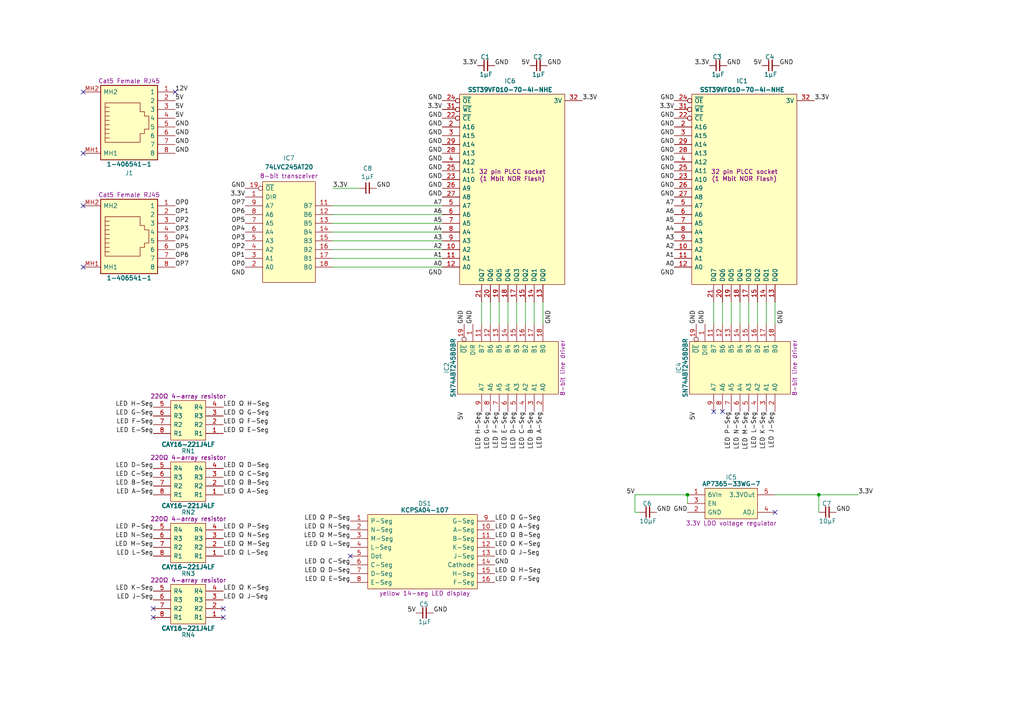
<source format=kicad_sch>
(kicad_sch
	(version 20231120)
	(generator "eeschema")
	(generator_version "8.0")
	(uuid "8357857d-ab8c-4646-b786-aad4001c0a6b")
	(paper "A4")
	(title_block
		(title "LED Digit Tester")
		(date "2025-02-08")
		(rev "V0")
	)
	(lib_symbols
		(symbol "Bourns:CAY16-221J4LF"
			(pin_names
				(offset 0.762)
			)
			(exclude_from_sim no)
			(in_bom yes)
			(on_board yes)
			(property "Reference" "RN"
				(at 10.16 5.08 0)
				(effects
					(font
						(size 1.27 1.27)
					)
				)
			)
			(property "Value" "CAY16-221J4LF"
				(at 10.16 3.175 0)
				(effects
					(font
						(size 1.27 1.27)
						(bold yes)
					)
				)
			)
			(property "Footprint" "SamacSys_Parts:CAY16-F4"
				(at 18.415 -14.605 0)
				(effects
					(font
						(size 1.27 1.27)
					)
					(justify left)
					(hide yes)
				)
			)
			(property "Datasheet" "https://www.bourns.com/docs/Product-Datasheets/CATCAY.pdf"
				(at 18.415 -17.145 0)
				(effects
					(font
						(size 1.27 1.27)
					)
					(justify left)
					(hide yes)
				)
			)
			(property "Description" "220Ω 4-array resistor"
				(at 10.16 -10.795 0)
				(effects
					(font
						(size 1.27 1.27)
					)
				)
			)
			(property "Height" "0.6"
				(at 18.415 -22.225 0)
				(effects
					(font
						(size 1.27 1.27)
					)
					(justify left)
					(hide yes)
				)
			)
			(property "Manufacturer_Name" "Bourns"
				(at 18.415 -24.765 0)
				(effects
					(font
						(size 1.27 1.27)
					)
					(justify left)
					(hide yes)
				)
			)
			(property "Manufacturer_Part_Number" "CAY16-221J4LF"
				(at 18.415 -27.305 0)
				(effects
					(font
						(size 1.27 1.27)
					)
					(justify left)
					(hide yes)
				)
			)
			(property "Mouser Part Number" "652-CAY16-221J4LF"
				(at 18.415 -29.845 0)
				(effects
					(font
						(size 1.27 1.27)
					)
					(justify left)
					(hide yes)
				)
			)
			(property "Mouser Price/Stock" "https://www.mouser.co.uk/ProductDetail/Bourns/CAY16-221J4LF?qs=BKfsZh40Pd9sAo64tUrb9Q%3D%3D"
				(at 18.415 -32.385 0)
				(effects
					(font
						(size 1.27 1.27)
					)
					(justify left)
					(hide yes)
				)
			)
			(property "Arrow Part Number" "CAY16-221J4LF"
				(at 18.415 -34.925 0)
				(effects
					(font
						(size 1.27 1.27)
					)
					(justify left)
					(hide yes)
				)
			)
			(property "Arrow Price/Stock" "https://www.arrow.com/en/products/cay16-221j4lf/bourns?region=nac"
				(at 18.415 -37.465 0)
				(effects
					(font
						(size 1.27 1.27)
					)
					(justify left)
					(hide yes)
				)
			)
			(property "Silkscreen" "220Ω"
				(at 10.16 -13.335 0)
				(effects
					(font
						(size 1.27 1.27)
					)
					(hide yes)
				)
			)
			(property "Garbage" "Bourns CAY16 Series 220 +/-5% Isolated SMT Resistor Array, 4 Resistors, 0.25W total 1206 (3216M) package Convex"
				(at 0 0 0)
				(effects
					(font
						(size 1.27 1.27)
					)
					(hide yes)
				)
			)
			(symbol "CAY16-221J4LF_0_0"
				(pin passive line
					(at 0 0 0)
					(length 5.08)
					(name "R1"
						(effects
							(font
								(size 1.27 1.27)
							)
						)
					)
					(number "1"
						(effects
							(font
								(size 1.27 1.27)
							)
						)
					)
				)
				(pin passive line
					(at 0 -2.54 0)
					(length 5.08)
					(name "R2"
						(effects
							(font
								(size 1.27 1.27)
							)
						)
					)
					(number "2"
						(effects
							(font
								(size 1.27 1.27)
							)
						)
					)
				)
				(pin passive line
					(at 0 -5.08 0)
					(length 5.08)
					(name "R3"
						(effects
							(font
								(size 1.27 1.27)
							)
						)
					)
					(number "3"
						(effects
							(font
								(size 1.27 1.27)
							)
						)
					)
				)
				(pin passive line
					(at 0 -7.62 0)
					(length 5.08)
					(name "R4"
						(effects
							(font
								(size 1.27 1.27)
							)
						)
					)
					(number "4"
						(effects
							(font
								(size 1.27 1.27)
							)
						)
					)
				)
				(pin passive line
					(at 20.32 -7.62 180)
					(length 5.08)
					(name "R4"
						(effects
							(font
								(size 1.27 1.27)
							)
						)
					)
					(number "5"
						(effects
							(font
								(size 1.27 1.27)
							)
						)
					)
				)
				(pin passive line
					(at 20.32 -5.08 180)
					(length 5.08)
					(name "R3"
						(effects
							(font
								(size 1.27 1.27)
							)
						)
					)
					(number "6"
						(effects
							(font
								(size 1.27 1.27)
							)
						)
					)
				)
				(pin passive line
					(at 20.32 -2.54 180)
					(length 5.08)
					(name "R2"
						(effects
							(font
								(size 1.27 1.27)
							)
						)
					)
					(number "7"
						(effects
							(font
								(size 1.27 1.27)
							)
						)
					)
				)
				(pin passive line
					(at 20.32 0 180)
					(length 5.08)
					(name "R1"
						(effects
							(font
								(size 1.27 1.27)
							)
						)
					)
					(number "8"
						(effects
							(font
								(size 1.27 1.27)
							)
						)
					)
				)
			)
			(symbol "CAY16-221J4LF_0_1"
				(polyline
					(pts
						(xy 5.08 1.905) (xy 15.24 1.905) (xy 15.24 -9.525) (xy 5.08 -9.525) (xy 5.08 1.905)
					)
					(stroke
						(width 0.1524)
						(type default)
					)
					(fill
						(type background)
					)
				)
			)
		)
		(symbol "Diodes_Inc:74LVC245AT20"
			(pin_names
				(offset 0.762)
			)
			(exclude_from_sim no)
			(in_bom yes)
			(on_board yes)
			(property "Reference" "IC"
				(at 12.7 5.08 0)
				(effects
					(font
						(size 1.27 1.27)
					)
				)
			)
			(property "Value" "74LVC245AT20"
				(at 12.7 3.175 0)
				(effects
					(font
						(size 1.27 1.27)
						(bold yes)
					)
				)
			)
			(property "Footprint" "SamacSys_Parts:SOP65P640X120-20N"
				(at 19.685 -37.465 0)
				(effects
					(font
						(size 1.27 1.27)
					)
					(justify left)
					(hide yes)
				)
			)
			(property "Datasheet" "https://www.diodes.com/assets/Datasheets/74LVC245A.pdf"
				(at 19.685 -40.005 0)
				(effects
					(font
						(size 1.27 1.27)
					)
					(justify left)
					(hide yes)
				)
			)
			(property "Description" "8-bit transceiver"
				(at 12.7 -28.575 0)
				(effects
					(font
						(size 1.27 1.27)
					)
				)
			)
			(property "Height" "1.2"
				(at 19.685 -42.545 0)
				(effects
					(font
						(size 1.27 1.27)
					)
					(justify left)
					(hide yes)
				)
			)
			(property "Manufacturer_Name" "Diodes Inc."
				(at 19.685 -45.085 0)
				(effects
					(font
						(size 1.27 1.27)
					)
					(justify left)
					(hide yes)
				)
			)
			(property "Manufacturer_Part_Number" "74LVC245AT20-13"
				(at 19.685 -47.625 0)
				(effects
					(font
						(size 1.27 1.27)
					)
					(justify left)
					(hide yes)
				)
			)
			(property "Mouser Part Number" "621-74LVC245AT20-13"
				(at 19.685 -50.165 0)
				(effects
					(font
						(size 1.27 1.27)
					)
					(justify left)
					(hide yes)
				)
			)
			(property "Mouser Price/Stock" "https://www.mouser.co.uk/ProductDetail/Diodes-Incorporated/74LVC245AT20-13?qs=IvkZ4pJZlB2XcM151iWWTw%3D%3D"
				(at 19.685 -52.705 0)
				(effects
					(font
						(size 1.27 1.27)
					)
					(justify left)
					(hide yes)
				)
			)
			(property "Silkscreen" "74LVC245"
				(at 12.7 -30.48 0)
				(effects
					(font
						(size 1.27 1.27)
					)
					(hide yes)
				)
			)
			(property "Garbage" "Bus Transceivers Octal Buffer Trans 3-State Outputs"
				(at 0 0 0)
				(effects
					(font
						(size 1.27 1.27)
					)
					(hide yes)
				)
			)
			(symbol "74LVC245AT20_0_0"
				(pin input line
					(at 0 -2.54 0)
					(length 5.08)
					(name "DIR"
						(effects
							(font
								(size 1.27 1.27)
							)
						)
					)
					(number "1"
						(effects
							(font
								(size 1.27 1.27)
							)
						)
					)
				)
				(pin passive line
					(at 0 -25.4 0)
					(length 5.08) hide
					(name "GND"
						(effects
							(font
								(size 1.27 1.27)
							)
						)
					)
					(number "10"
						(effects
							(font
								(size 1.27 1.27)
							)
						)
					)
				)
				(pin tri_state line
					(at 25.4 -5.08 180)
					(length 5.08)
					(name "B7"
						(effects
							(font
								(size 1.27 1.27)
							)
						)
					)
					(number "11"
						(effects
							(font
								(size 1.27 1.27)
							)
						)
					)
				)
				(pin tri_state line
					(at 25.4 -7.62 180)
					(length 5.08)
					(name "B6"
						(effects
							(font
								(size 1.27 1.27)
							)
						)
					)
					(number "12"
						(effects
							(font
								(size 1.27 1.27)
							)
						)
					)
				)
				(pin tri_state line
					(at 25.4 -10.16 180)
					(length 5.08)
					(name "B5"
						(effects
							(font
								(size 1.27 1.27)
							)
						)
					)
					(number "13"
						(effects
							(font
								(size 1.27 1.27)
							)
						)
					)
				)
				(pin tri_state line
					(at 25.4 -12.7 180)
					(length 5.08)
					(name "B4"
						(effects
							(font
								(size 1.27 1.27)
							)
						)
					)
					(number "14"
						(effects
							(font
								(size 1.27 1.27)
							)
						)
					)
				)
				(pin tri_state line
					(at 25.4 -15.24 180)
					(length 5.08)
					(name "B3"
						(effects
							(font
								(size 1.27 1.27)
							)
						)
					)
					(number "15"
						(effects
							(font
								(size 1.27 1.27)
							)
						)
					)
				)
				(pin tri_state line
					(at 25.4 -17.78 180)
					(length 5.08)
					(name "B2"
						(effects
							(font
								(size 1.27 1.27)
							)
						)
					)
					(number "16"
						(effects
							(font
								(size 1.27 1.27)
							)
						)
					)
				)
				(pin tri_state line
					(at 25.4 -20.32 180)
					(length 5.08)
					(name "B1"
						(effects
							(font
								(size 1.27 1.27)
							)
						)
					)
					(number "17"
						(effects
							(font
								(size 1.27 1.27)
							)
						)
					)
				)
				(pin tri_state line
					(at 25.4 -22.86 180)
					(length 5.08)
					(name "B0"
						(effects
							(font
								(size 1.27 1.27)
							)
						)
					)
					(number "18"
						(effects
							(font
								(size 1.27 1.27)
							)
						)
					)
				)
				(pin input inverted
					(at 0 0 0)
					(length 5.08)
					(name "~{OE}"
						(effects
							(font
								(size 1.27 1.27)
							)
						)
					)
					(number "19"
						(effects
							(font
								(size 1.27 1.27)
							)
						)
					)
				)
				(pin tri_state line
					(at 0 -22.86 0)
					(length 5.08)
					(name "A0"
						(effects
							(font
								(size 1.27 1.27)
							)
						)
					)
					(number "2"
						(effects
							(font
								(size 1.27 1.27)
							)
						)
					)
				)
				(pin tri_state line
					(at 0 -20.32 0)
					(length 5.08)
					(name "A1"
						(effects
							(font
								(size 1.27 1.27)
							)
						)
					)
					(number "3"
						(effects
							(font
								(size 1.27 1.27)
							)
						)
					)
				)
				(pin tri_state line
					(at 0 -17.78 0)
					(length 5.08)
					(name "A2"
						(effects
							(font
								(size 1.27 1.27)
							)
						)
					)
					(number "4"
						(effects
							(font
								(size 1.27 1.27)
							)
						)
					)
				)
				(pin tri_state line
					(at 0 -15.24 0)
					(length 5.08)
					(name "A3"
						(effects
							(font
								(size 1.27 1.27)
							)
						)
					)
					(number "5"
						(effects
							(font
								(size 1.27 1.27)
							)
						)
					)
				)
				(pin tri_state line
					(at 0 -12.7 0)
					(length 5.08)
					(name "A4"
						(effects
							(font
								(size 1.27 1.27)
							)
						)
					)
					(number "6"
						(effects
							(font
								(size 1.27 1.27)
							)
						)
					)
				)
				(pin tri_state line
					(at 0 -10.16 0)
					(length 5.08)
					(name "A5"
						(effects
							(font
								(size 1.27 1.27)
							)
						)
					)
					(number "7"
						(effects
							(font
								(size 1.27 1.27)
							)
						)
					)
				)
				(pin tri_state line
					(at 0 -7.62 0)
					(length 5.08)
					(name "A6"
						(effects
							(font
								(size 1.27 1.27)
							)
						)
					)
					(number "8"
						(effects
							(font
								(size 1.27 1.27)
							)
						)
					)
				)
				(pin tri_state line
					(at 0 -5.08 0)
					(length 5.08)
					(name "A7"
						(effects
							(font
								(size 1.27 1.27)
							)
						)
					)
					(number "9"
						(effects
							(font
								(size 1.27 1.27)
							)
						)
					)
				)
			)
			(symbol "74LVC245AT20_0_1"
				(polyline
					(pts
						(xy 5.08 1.905) (xy 20.32 1.905) (xy 20.32 -27.305) (xy 5.08 -27.305) (xy 5.08 1.905)
					)
					(stroke
						(width 0.1524)
						(type default)
					)
					(fill
						(type background)
					)
				)
			)
			(symbol "74LVC245AT20_1_0"
				(pin passive line
					(at 25.4 0 180)
					(length 5.08) hide
					(name "3V"
						(effects
							(font
								(size 1.27 1.27)
							)
						)
					)
					(number "20"
						(effects
							(font
								(size 1.27 1.27)
							)
						)
					)
				)
			)
		)
		(symbol "Diodes_Inc:AP7365-33WG-7"
			(pin_names
				(offset 0.762)
			)
			(exclude_from_sim no)
			(in_bom yes)
			(on_board yes)
			(property "Reference" "IC"
				(at 12.7 5.08 0)
				(effects
					(font
						(size 1.27 1.27)
					)
				)
			)
			(property "Value" "AP7365-33WG-7"
				(at 12.7 3.175 0)
				(effects
					(font
						(size 1.27 1.27)
						(bold yes)
					)
				)
			)
			(property "Footprint" "SamacSys_Parts:SOT95P285X130-5N"
				(at 21.59 -14.605 0)
				(effects
					(font
						(size 1.27 1.27)
					)
					(justify left)
					(hide yes)
				)
			)
			(property "Datasheet" "https://componentsearchengine.com/Datasheets/1/AP7365-33WG-7.pdf"
				(at 21.59 -17.145 0)
				(effects
					(font
						(size 1.27 1.27)
					)
					(justify left)
					(hide yes)
				)
			)
			(property "Description" "3.3V LDO voltage regulator"
				(at 12.7 -8.255 0)
				(effects
					(font
						(size 1.27 1.27)
					)
				)
			)
			(property "Height" "1.3"
				(at 21.59 -19.685 0)
				(effects
					(font
						(size 1.27 1.27)
					)
					(justify left)
					(hide yes)
				)
			)
			(property "Manufacturer_Name" "Diodes Inc."
				(at 21.59 -22.225 0)
				(effects
					(font
						(size 1.27 1.27)
					)
					(justify left)
					(hide yes)
				)
			)
			(property "Manufacturer_Part_Number" "AP7365-33WG-7"
				(at 21.59 -24.765 0)
				(effects
					(font
						(size 1.27 1.27)
					)
					(justify left)
					(hide yes)
				)
			)
			(property "Mouser Part Number" "621-AP7365-33WG-7"
				(at 21.59 -27.305 0)
				(effects
					(font
						(size 1.27 1.27)
					)
					(justify left)
					(hide yes)
				)
			)
			(property "Mouser Price/Stock" "https://www.mouser.co.uk/ProductDetail/Diodes-Incorporated/AP7365-33WG-7?qs=abZ1nkZpTuOZFvxvoFPL0w%3D%3D"
				(at 21.59 -29.845 0)
				(effects
					(font
						(size 1.27 1.27)
					)
					(justify left)
					(hide yes)
				)
			)
			(property "Arrow Part Number" "AP7365-33WG-7"
				(at 21.59 -32.385 0)
				(effects
					(font
						(size 1.27 1.27)
					)
					(justify left)
					(hide yes)
				)
			)
			(property "Arrow Price/Stock" "https://www.arrow.com/en/products/ap7365-33wg-7/diodes-incorporated?region=nac"
				(at 21.59 -34.925 0)
				(effects
					(font
						(size 1.27 1.27)
					)
					(justify left)
					(hide yes)
				)
			)
			(property "Silkscreen" "AP7365"
				(at 21.59 -12.065 0)
				(effects
					(font
						(size 1.27 1.27)
					)
					(justify left)
					(hide yes)
				)
			)
			(symbol "AP7365-33WG-7_0_0"
				(pin passive line
					(at 0 -5.08 0)
					(length 5.08)
					(name "GND"
						(effects
							(font
								(size 1.27 1.27)
							)
						)
					)
					(number "2"
						(effects
							(font
								(size 1.27 1.27)
							)
						)
					)
				)
				(pin input line
					(at 0 -2.54 0)
					(length 5.08)
					(name "EN"
						(effects
							(font
								(size 1.27 1.27)
							)
						)
					)
					(number "3"
						(effects
							(font
								(size 1.27 1.27)
							)
						)
					)
				)
				(pin passive line
					(at 25.4 -5.08 180)
					(length 5.08)
					(name "ADJ"
						(effects
							(font
								(size 1.27 1.27)
							)
						)
					)
					(number "4"
						(effects
							(font
								(size 1.27 1.27)
							)
						)
					)
				)
			)
			(symbol "AP7365-33WG-7_0_1"
				(polyline
					(pts
						(xy 5.08 1.905) (xy 20.32 1.905) (xy 20.32 -6.985) (xy 5.08 -6.985) (xy 5.08 1.905)
					)
					(stroke
						(width 0)
						(type default)
					)
					(fill
						(type background)
					)
				)
			)
			(symbol "AP7365-33WG-7_1_0"
				(pin passive line
					(at 0 0 0)
					(length 5.08)
					(name "6VIn"
						(effects
							(font
								(size 1.27 1.27)
							)
						)
					)
					(number "1"
						(effects
							(font
								(size 1.27 1.27)
							)
						)
					)
				)
				(pin passive line
					(at 25.4 0 180)
					(length 5.08)
					(name "3.3VOut"
						(effects
							(font
								(size 1.27 1.27)
							)
						)
					)
					(number "5"
						(effects
							(font
								(size 1.27 1.27)
							)
						)
					)
				)
			)
		)
		(symbol "HCP65:C_0805"
			(pin_numbers hide)
			(pin_names
				(offset 0.254) hide)
			(exclude_from_sim no)
			(in_bom yes)
			(on_board yes)
			(property "Reference" "C"
				(at 2.286 2.54 0)
				(effects
					(font
						(size 1.27 1.27)
					)
				)
			)
			(property "Value" "?μF"
				(at 2.54 -2.54 0)
				(effects
					(font
						(size 1.27 1.27)
					)
				)
			)
			(property "Footprint" "SamacSys_Parts:C_0805"
				(at 16.764 -7.62 0)
				(effects
					(font
						(size 1.27 1.27)
					)
					(hide yes)
				)
			)
			(property "Datasheet" ""
				(at 2.2225 0.3175 90)
				(effects
					(font
						(size 1.27 1.27)
					)
					(hide yes)
				)
			)
			(property "Description" ""
				(at 0 0 0)
				(effects
					(font
						(size 1.27 1.27)
					)
					(hide yes)
				)
			)
			(property "ki_keywords" "capacitor cap"
				(at 0 0 0)
				(effects
					(font
						(size 1.27 1.27)
					)
					(hide yes)
				)
			)
			(property "ki_fp_filters" "C_*"
				(at 0 0 0)
				(effects
					(font
						(size 1.27 1.27)
					)
					(hide yes)
				)
			)
			(symbol "C_0805_0_1"
				(polyline
					(pts
						(xy 1.9685 -1.4605) (xy 1.9685 1.5875)
					)
					(stroke
						(width 0.3048)
						(type default)
					)
					(fill
						(type none)
					)
				)
				(polyline
					(pts
						(xy 2.9845 -1.4605) (xy 2.9845 1.5875)
					)
					(stroke
						(width 0.3302)
						(type default)
					)
					(fill
						(type none)
					)
				)
			)
			(symbol "C_0805_1_1"
				(pin passive line
					(at 0 0 0)
					(length 2.032)
					(name "~"
						(effects
							(font
								(size 1.27 1.27)
							)
						)
					)
					(number "1"
						(effects
							(font
								(size 1.27 1.27)
							)
						)
					)
				)
				(pin passive line
					(at 5.08 0 180)
					(length 2.032)
					(name "~"
						(effects
							(font
								(size 1.27 1.27)
							)
						)
					)
					(number "2"
						(effects
							(font
								(size 1.27 1.27)
							)
						)
					)
				)
			)
		)
		(symbol "Kingbright:KCPSA04-107"
			(pin_names
				(offset 0.762)
			)
			(exclude_from_sim no)
			(in_bom yes)
			(on_board yes)
			(property "Reference" "DS"
				(at 21.59 5.08 0)
				(effects
					(font
						(size 1.27 1.27)
					)
				)
			)
			(property "Value" "KCPSA04-107"
				(at 21.59 3.175 0)
				(effects
					(font
						(size 1.27 1.27)
						(thickness 0.254)
						(bold yes)
					)
				)
			)
			(property "Footprint" "SamacSys_Parts:KCPSA04107"
				(at 31.75 -33.02 0)
				(effects
					(font
						(size 1.27 1.27)
					)
					(justify left)
					(hide yes)
				)
			)
			(property "Datasheet" "https://docs.rs-online.com/7525/0900766b813c9017.pdf"
				(at 31.75 -35.56 0)
				(effects
					(font
						(size 1.27 1.27)
					)
					(justify left)
					(hide yes)
				)
			)
			(property "Description" "yellow 14-seg LED display"
				(at 21.59 -20.955 0)
				(effects
					(font
						(size 1.27 1.27)
					)
				)
			)
			(property "Height" "4"
				(at 31.75 -40.64 0)
				(effects
					(font
						(size 1.27 1.27)
					)
					(justify left)
					(hide yes)
				)
			)
			(property "Manufacturer_Name" "Kingbright"
				(at 31.75 -43.18 0)
				(effects
					(font
						(size 1.27 1.27)
					)
					(justify left)
					(hide yes)
				)
			)
			(property "Manufacturer_Part_Number" "KCPSA04-107"
				(at 31.75 -45.72 0)
				(effects
					(font
						(size 1.27 1.27)
					)
					(justify left)
					(hide yes)
				)
			)
			(property "Mouser Part Number" "N/A"
				(at 31.75 -48.26 0)
				(effects
					(font
						(size 1.27 1.27)
					)
					(justify left)
					(hide yes)
				)
			)
			(property "Mouser Price/Stock" "https://www.mouser.co.uk/ProductDetail/Kingbright/KCPSA04-107?qs=2JU0tDl2GZ1zROqoLKb2zw%3D%3D"
				(at 31.75 -50.8 0)
				(effects
					(font
						(size 1.27 1.27)
					)
					(justify left)
					(hide yes)
				)
			)
			(property "Silkscreen" "KCPSA04-107"
				(at 21.59 -23.495 0)
				(effects
					(font
						(size 1.27 1.27)
					)
					(hide yes)
				)
			)
			(symbol "KCPSA04-107_0_1"
				(polyline
					(pts
						(xy 5.08 1.905) (xy 36.83 1.905) (xy 36.83 -19.685) (xy 5.08 -19.685) (xy 5.08 1.905)
					)
					(stroke
						(width 0.1524)
						(type default)
					)
					(fill
						(type background)
					)
				)
			)
			(symbol "KCPSA04-107_1_0"
				(pin passive line
					(at 0 0 0)
					(length 5.08)
					(name "P-Seg"
						(effects
							(font
								(size 1.27 1.27)
							)
						)
					)
					(number "1"
						(effects
							(font
								(size 1.27 1.27)
							)
						)
					)
				)
				(pin passive line
					(at 41.91 -2.54 180)
					(length 5.08)
					(name "A-Seg"
						(effects
							(font
								(size 1.27 1.27)
							)
						)
					)
					(number "10"
						(effects
							(font
								(size 1.27 1.27)
							)
						)
					)
				)
				(pin passive line
					(at 41.91 -5.08 180)
					(length 5.08)
					(name "B-Seg"
						(effects
							(font
								(size 1.27 1.27)
							)
						)
					)
					(number "11"
						(effects
							(font
								(size 1.27 1.27)
							)
						)
					)
				)
				(pin passive line
					(at 41.91 -7.62 180)
					(length 5.08)
					(name "K-Seg"
						(effects
							(font
								(size 1.27 1.27)
							)
						)
					)
					(number "12"
						(effects
							(font
								(size 1.27 1.27)
							)
						)
					)
				)
				(pin passive line
					(at 41.91 -10.16 180)
					(length 5.08)
					(name "J-Seg"
						(effects
							(font
								(size 1.27 1.27)
							)
						)
					)
					(number "13"
						(effects
							(font
								(size 1.27 1.27)
							)
						)
					)
				)
				(pin passive line
					(at 41.91 -12.7 180)
					(length 5.08)
					(name "Cathode"
						(effects
							(font
								(size 1.27 1.27)
							)
						)
					)
					(number "14"
						(effects
							(font
								(size 1.27 1.27)
							)
						)
					)
				)
				(pin passive line
					(at 41.91 -15.24 180)
					(length 5.08)
					(name "H-Seg"
						(effects
							(font
								(size 1.27 1.27)
							)
						)
					)
					(number "15"
						(effects
							(font
								(size 1.27 1.27)
							)
						)
					)
				)
				(pin passive line
					(at 41.91 -17.78 180)
					(length 5.08)
					(name "F-Seg"
						(effects
							(font
								(size 1.27 1.27)
							)
						)
					)
					(number "16"
						(effects
							(font
								(size 1.27 1.27)
							)
						)
					)
				)
				(pin passive line
					(at 0 -2.54 0)
					(length 5.08)
					(name "N-Seg"
						(effects
							(font
								(size 1.27 1.27)
							)
						)
					)
					(number "2"
						(effects
							(font
								(size 1.27 1.27)
							)
						)
					)
				)
				(pin passive line
					(at 0 -5.08 0)
					(length 5.08)
					(name "M-Seg"
						(effects
							(font
								(size 1.27 1.27)
							)
						)
					)
					(number "3"
						(effects
							(font
								(size 1.27 1.27)
							)
						)
					)
				)
				(pin passive line
					(at 0 -7.62 0)
					(length 5.08)
					(name "L-Seg"
						(effects
							(font
								(size 1.27 1.27)
							)
						)
					)
					(number "4"
						(effects
							(font
								(size 1.27 1.27)
							)
						)
					)
				)
				(pin passive line
					(at 0 -10.16 0)
					(length 5.08)
					(name "Dot"
						(effects
							(font
								(size 1.27 1.27)
							)
						)
					)
					(number "5"
						(effects
							(font
								(size 1.27 1.27)
							)
						)
					)
				)
				(pin passive line
					(at 0 -12.7 0)
					(length 5.08)
					(name "C-Seg"
						(effects
							(font
								(size 1.27 1.27)
							)
						)
					)
					(number "6"
						(effects
							(font
								(size 1.27 1.27)
							)
						)
					)
				)
				(pin passive line
					(at 0 -15.24 0)
					(length 5.08)
					(name "D-Seg"
						(effects
							(font
								(size 1.27 1.27)
							)
						)
					)
					(number "7"
						(effects
							(font
								(size 1.27 1.27)
							)
						)
					)
				)
				(pin passive line
					(at 0 -17.78 0)
					(length 5.08)
					(name "E-Seg"
						(effects
							(font
								(size 1.27 1.27)
							)
						)
					)
					(number "8"
						(effects
							(font
								(size 1.27 1.27)
							)
						)
					)
				)
				(pin passive line
					(at 41.91 0 180)
					(length 5.08)
					(name "G-Seg"
						(effects
							(font
								(size 1.27 1.27)
							)
						)
					)
					(number "9"
						(effects
							(font
								(size 1.27 1.27)
							)
						)
					)
				)
			)
		)
		(symbol "Microchip:SST39VF010-70-4I-NHE"
			(pin_names
				(offset 0.762)
			)
			(exclude_from_sim no)
			(in_bom yes)
			(on_board yes)
			(property "Reference" "IC"
				(at 20.32 5.08 0)
				(effects
					(font
						(size 1.27 1.27)
					)
				)
			)
			(property "Value" "SST39VF010-70-4I-NHE"
				(at 20.32 3.175 0)
				(effects
					(font
						(size 1.27 1.27)
						(bold yes)
					)
				)
			)
			(property "Footprint" "SamacSys_Parts:5408803224008"
				(at 41.275 -69.215 0)
				(effects
					(font
						(size 1.27 1.27)
					)
					(justify left)
					(hide yes)
				)
			)
			(property "Datasheet" ""
				(at 41.275 -66.675 0)
				(effects
					(font
						(size 1.27 1.27)
					)
					(justify left)
					(hide yes)
				)
			)
			(property "Description" "32 pin PLCC socket\n(1 Mbit NOR Flash)"
				(at 20.32 -21.59 0)
				(effects
					(font
						(size 1.27 1.27)
					)
				)
			)
			(property "Height" "8.2"
				(at 41.275 -71.755 0)
				(effects
					(font
						(size 1.27 1.27)
					)
					(justify left)
					(hide yes)
				)
			)
			(property "Manufacturer_Name" "Microchip"
				(at 41.275 -74.295 0)
				(effects
					(font
						(size 1.27 1.27)
					)
					(justify left)
					(hide yes)
				)
			)
			(property "Manufacturer_Part_Number" "SST39VF010-70-4I-NHE"
				(at 41.275 -76.835 0)
				(effects
					(font
						(size 1.27 1.27)
					)
					(justify left)
					(hide yes)
				)
			)
			(property "Mouser Part Number" ""
				(at 19.05 -7.62 0)
				(effects
					(font
						(size 1.27 1.27)
					)
					(justify left)
					(hide yes)
				)
			)
			(property "Mouser Price/Stock" ""
				(at 19.05 -10.16 0)
				(effects
					(font
						(size 1.27 1.27)
					)
					(justify left)
					(hide yes)
				)
			)
			(property "Silkscreen" "SST39VF010-70"
				(at 20.32 -67.945 0)
				(effects
					(font
						(size 1.27 1.27)
					)
					(hide yes)
				)
			)
			(property "Garbage" "Preci-Dip 1.27mm Pitch Female PLCC Socket, 32 Way, Through Hole, Tin Plated Contacts 1A"
				(at 41.402 -79.502 0)
				(effects
					(font
						(size 1.27 1.27)
					)
					(justify left)
					(hide yes)
				)
			)
			(symbol "SST39VF010-70-4I-NHE_0_1"
				(polyline
					(pts
						(xy 5.08 1.905) (xy 35.56 1.905) (xy 35.56 -53.34) (xy 5.08 -53.34) (xy 5.08 1.905)
					)
					(stroke
						(width 0.1524)
						(type default)
					)
					(fill
						(type background)
					)
				)
			)
			(symbol "SST39VF010-70-4I-NHE_1_0"
				(pin passive line
					(at 0 -50.8 0)
					(length 5.08) hide
					(name "GND"
						(effects
							(font
								(size 1.27 1.27)
							)
						)
					)
					(number "16"
						(effects
							(font
								(size 1.27 1.27)
							)
						)
					)
				)
			)
			(symbol "SST39VF010-70-4I-NHE_1_1"
				(pin no_connect line
					(at 40.64 -5.08 180)
					(length 5.08) hide
					(name "N.C."
						(effects
							(font
								(size 1.27 1.27)
							)
						)
					)
					(number "1"
						(effects
							(font
								(size 1.27 1.27)
							)
						)
					)
				)
				(pin input line
					(at 0 -43.18 0)
					(length 5.08)
					(name "A2"
						(effects
							(font
								(size 1.27 1.27)
							)
						)
					)
					(number "10"
						(effects
							(font
								(size 1.27 1.27)
							)
						)
					)
				)
				(pin input line
					(at 0 -45.72 0)
					(length 5.08)
					(name "A1"
						(effects
							(font
								(size 1.27 1.27)
							)
						)
					)
					(number "11"
						(effects
							(font
								(size 1.27 1.27)
							)
						)
					)
				)
				(pin input line
					(at 0 -48.26 0)
					(length 5.08)
					(name "A0"
						(effects
							(font
								(size 1.27 1.27)
							)
						)
					)
					(number "12"
						(effects
							(font
								(size 1.27 1.27)
							)
						)
					)
				)
				(pin tri_state line
					(at 29.21 -58.42 90)
					(length 5.08)
					(name "DQ0"
						(effects
							(font
								(size 1.27 1.27)
							)
						)
					)
					(number "13"
						(effects
							(font
								(size 1.27 1.27)
							)
						)
					)
				)
				(pin tri_state line
					(at 26.67 -58.42 90)
					(length 5.08)
					(name "DQ1"
						(effects
							(font
								(size 1.27 1.27)
							)
						)
					)
					(number "14"
						(effects
							(font
								(size 1.27 1.27)
							)
						)
					)
				)
				(pin tri_state line
					(at 24.13 -58.42 90)
					(length 5.08)
					(name "DQ2"
						(effects
							(font
								(size 1.27 1.27)
							)
						)
					)
					(number "15"
						(effects
							(font
								(size 1.27 1.27)
							)
						)
					)
				)
				(pin tri_state line
					(at 21.59 -58.42 90)
					(length 5.08)
					(name "DQ3"
						(effects
							(font
								(size 1.27 1.27)
							)
						)
					)
					(number "17"
						(effects
							(font
								(size 1.27 1.27)
							)
						)
					)
				)
				(pin tri_state line
					(at 19.05 -58.42 90)
					(length 5.08)
					(name "DQ4"
						(effects
							(font
								(size 1.27 1.27)
							)
						)
					)
					(number "18"
						(effects
							(font
								(size 1.27 1.27)
							)
						)
					)
				)
				(pin tri_state line
					(at 16.51 -58.42 90)
					(length 5.08)
					(name "DQ5"
						(effects
							(font
								(size 1.27 1.27)
							)
						)
					)
					(number "19"
						(effects
							(font
								(size 1.27 1.27)
							)
						)
					)
				)
				(pin input line
					(at 0 -7.62 0)
					(length 5.08)
					(name "A16"
						(effects
							(font
								(size 1.27 1.27)
							)
						)
					)
					(number "2"
						(effects
							(font
								(size 1.27 1.27)
							)
						)
					)
				)
				(pin tri_state line
					(at 13.97 -58.42 90)
					(length 5.08)
					(name "DQ6"
						(effects
							(font
								(size 1.27 1.27)
							)
						)
					)
					(number "20"
						(effects
							(font
								(size 1.27 1.27)
							)
						)
					)
				)
				(pin tri_state line
					(at 11.43 -58.42 90)
					(length 5.08)
					(name "DQ7"
						(effects
							(font
								(size 1.27 1.27)
							)
						)
					)
					(number "21"
						(effects
							(font
								(size 1.27 1.27)
							)
						)
					)
				)
				(pin input inverted
					(at 0 -5.08 0)
					(length 5.08)
					(name "~{CE}"
						(effects
							(font
								(size 1.27 1.27)
							)
						)
					)
					(number "22"
						(effects
							(font
								(size 1.27 1.27)
							)
						)
					)
				)
				(pin input line
					(at 0 -22.86 0)
					(length 5.08)
					(name "A10"
						(effects
							(font
								(size 1.27 1.27)
							)
						)
					)
					(number "23"
						(effects
							(font
								(size 1.27 1.27)
							)
						)
					)
				)
				(pin input inverted
					(at 0 0 0)
					(length 5.08)
					(name "~{OE}"
						(effects
							(font
								(size 1.27 1.27)
							)
						)
					)
					(number "24"
						(effects
							(font
								(size 1.27 1.27)
							)
						)
					)
				)
				(pin input line
					(at 0 -20.32 0)
					(length 5.08)
					(name "A11"
						(effects
							(font
								(size 1.27 1.27)
							)
						)
					)
					(number "25"
						(effects
							(font
								(size 1.27 1.27)
							)
						)
					)
				)
				(pin input line
					(at 0 -25.4 0)
					(length 5.08)
					(name "A9"
						(effects
							(font
								(size 1.27 1.27)
							)
						)
					)
					(number "26"
						(effects
							(font
								(size 1.27 1.27)
							)
						)
					)
				)
				(pin input line
					(at 0 -27.94 0)
					(length 5.08)
					(name "A8"
						(effects
							(font
								(size 1.27 1.27)
							)
						)
					)
					(number "27"
						(effects
							(font
								(size 1.27 1.27)
							)
						)
					)
				)
				(pin input line
					(at 0 -15.24 0)
					(length 5.08)
					(name "A13"
						(effects
							(font
								(size 1.27 1.27)
							)
						)
					)
					(number "28"
						(effects
							(font
								(size 1.27 1.27)
							)
						)
					)
				)
				(pin input line
					(at 0 -12.7 0)
					(length 5.08)
					(name "A14"
						(effects
							(font
								(size 1.27 1.27)
							)
						)
					)
					(number "29"
						(effects
							(font
								(size 1.27 1.27)
							)
						)
					)
				)
				(pin input line
					(at 0 -10.16 0)
					(length 5.08)
					(name "A15"
						(effects
							(font
								(size 1.27 1.27)
							)
						)
					)
					(number "3"
						(effects
							(font
								(size 1.27 1.27)
							)
						)
					)
				)
				(pin no_connect line
					(at 40.64 -2.54 180)
					(length 5.08) hide
					(name "N.C."
						(effects
							(font
								(size 1.27 1.27)
							)
						)
					)
					(number "30"
						(effects
							(font
								(size 1.27 1.27)
							)
						)
					)
				)
				(pin input inverted
					(at 0 -2.54 0)
					(length 5.08)
					(name "~{WE}"
						(effects
							(font
								(size 1.27 1.27)
							)
						)
					)
					(number "31"
						(effects
							(font
								(size 1.27 1.27)
							)
						)
					)
				)
				(pin passive line
					(at 40.64 0 180)
					(length 5.08)
					(name "3V"
						(effects
							(font
								(size 1.27 1.27)
							)
						)
					)
					(number "32"
						(effects
							(font
								(size 1.27 1.27)
							)
						)
					)
				)
				(pin input line
					(at 0 -17.78 0)
					(length 5.08)
					(name "A12"
						(effects
							(font
								(size 1.27 1.27)
							)
						)
					)
					(number "4"
						(effects
							(font
								(size 1.27 1.27)
							)
						)
					)
				)
				(pin input line
					(at 0 -30.48 0)
					(length 5.08)
					(name "A7"
						(effects
							(font
								(size 1.27 1.27)
							)
						)
					)
					(number "5"
						(effects
							(font
								(size 1.27 1.27)
							)
						)
					)
				)
				(pin input line
					(at 0 -33.02 0)
					(length 5.08)
					(name "A6"
						(effects
							(font
								(size 1.27 1.27)
							)
						)
					)
					(number "6"
						(effects
							(font
								(size 1.27 1.27)
							)
						)
					)
				)
				(pin input line
					(at 0 -35.56 0)
					(length 5.08)
					(name "A5"
						(effects
							(font
								(size 1.27 1.27)
							)
						)
					)
					(number "7"
						(effects
							(font
								(size 1.27 1.27)
							)
						)
					)
				)
				(pin input line
					(at 0 -38.1 0)
					(length 5.08)
					(name "A4"
						(effects
							(font
								(size 1.27 1.27)
							)
						)
					)
					(number "8"
						(effects
							(font
								(size 1.27 1.27)
							)
						)
					)
				)
				(pin input line
					(at 0 -40.64 0)
					(length 5.08)
					(name "A3"
						(effects
							(font
								(size 1.27 1.27)
							)
						)
					)
					(number "9"
						(effects
							(font
								(size 1.27 1.27)
							)
						)
					)
				)
			)
		)
		(symbol "TE_Connectivity:1-406541-1"
			(pin_names
				(offset 0.762)
			)
			(exclude_from_sim no)
			(in_bom yes)
			(on_board yes)
			(property "Reference" "J"
				(at -13.335 5.715 0)
				(effects
					(font
						(size 1.27 1.27)
					)
				)
			)
			(property "Value" "1-406541-1"
				(at -13.335 3.175 0)
				(effects
					(font
						(size 1.27 1.27)
						(bold yes)
					)
				)
			)
			(property "Footprint" "SamacSys_Parts:1-406541-1_1"
				(at 15.875 -17.78 0)
				(effects
					(font
						(size 1.27 1.27)
					)
					(justify left)
					(hide yes)
				)
			)
			(property "Datasheet" "http://uk.rs-online.com/web/p/products/7820823"
				(at 15.875 -20.32 0)
				(effects
					(font
						(size 1.27 1.27)
					)
					(justify left)
					(hide yes)
				)
			)
			(property "Description" "Cat5 Female RJ45"
				(at -13.335 -20.955 0)
				(effects
					(font
						(size 1.27 1.27)
					)
				)
			)
			(property "Description_1" "ModJack,RightAngle,8Position,Cat5 TE Connectivity Female Cat5 RJ45 Connector, Right Angle, Through Hole Mount,"
				(at 15.875 -22.86 0)
				(effects
					(font
						(size 1.27 1.27)
					)
					(justify left)
					(hide yes)
				)
			)
			(property "Height" ""
				(at 16.51 -5.08 0)
				(effects
					(font
						(size 1.27 1.27)
					)
					(justify left)
					(hide yes)
				)
			)
			(property "Manufacturer_Name" "TE Connectivity"
				(at 15.875 -27.94 0)
				(effects
					(font
						(size 1.27 1.27)
					)
					(justify left)
					(hide yes)
				)
			)
			(property "Manufacturer_Part_Number" "1-406541-1"
				(at 15.875 -30.48 0)
				(effects
					(font
						(size 1.27 1.27)
					)
					(justify left)
					(hide yes)
				)
			)
			(property "Mouser Part Number" "571-1-406541-1"
				(at 15.875 -33.02 0)
				(effects
					(font
						(size 1.27 1.27)
					)
					(justify left)
					(hide yes)
				)
			)
			(property "Mouser Price/Stock" "https://www.mouser.co.uk/ProductDetail/TE-Connectivity/1-406541-1?qs=dOAuEKQrqY4XW9msRoSnqA%3D%3D"
				(at 15.875 -35.56 0)
				(effects
					(font
						(size 1.27 1.27)
					)
					(justify left)
					(hide yes)
				)
			)
			(property "Arrow Part Number" "1-406541-1"
				(at 15.875 -38.1 0)
				(effects
					(font
						(size 1.27 1.27)
					)
					(justify left)
					(hide yes)
				)
			)
			(property "Arrow Price/Stock" "https://www.arrow.com/en/products/1-406541-1/te-connectivity?region=europe"
				(at 15.875 -40.64 0)
				(effects
					(font
						(size 1.27 1.27)
					)
					(justify left)
					(hide yes)
				)
			)
			(symbol "1-406541-1_0_0"
				(pin passive line
					(at 0 -17.78 180)
					(length 5.08)
					(name "1"
						(effects
							(font
								(size 1.27 1.27)
							)
						)
					)
					(number "1"
						(effects
							(font
								(size 1.27 1.27)
							)
						)
					)
				)
				(pin passive line
					(at 0 -15.24 180)
					(length 5.08)
					(name "2"
						(effects
							(font
								(size 1.27 1.27)
							)
						)
					)
					(number "2"
						(effects
							(font
								(size 1.27 1.27)
							)
						)
					)
				)
				(pin passive line
					(at 0 -12.7 180)
					(length 5.08)
					(name "3"
						(effects
							(font
								(size 1.27 1.27)
							)
						)
					)
					(number "3"
						(effects
							(font
								(size 1.27 1.27)
							)
						)
					)
				)
				(pin passive line
					(at 0 -10.16 180)
					(length 5.08)
					(name "4"
						(effects
							(font
								(size 1.27 1.27)
							)
						)
					)
					(number "4"
						(effects
							(font
								(size 1.27 1.27)
							)
						)
					)
				)
				(pin passive line
					(at 0 -7.62 180)
					(length 5.08)
					(name "5"
						(effects
							(font
								(size 1.27 1.27)
							)
						)
					)
					(number "5"
						(effects
							(font
								(size 1.27 1.27)
							)
						)
					)
				)
				(pin passive line
					(at 0 -5.08 180)
					(length 5.08)
					(name "6"
						(effects
							(font
								(size 1.27 1.27)
							)
						)
					)
					(number "6"
						(effects
							(font
								(size 1.27 1.27)
							)
						)
					)
				)
				(pin passive line
					(at 0 -2.54 180)
					(length 5.08)
					(name "7"
						(effects
							(font
								(size 1.27 1.27)
							)
						)
					)
					(number "7"
						(effects
							(font
								(size 1.27 1.27)
							)
						)
					)
				)
				(pin passive line
					(at 0 0 180)
					(length 5.08)
					(name "8"
						(effects
							(font
								(size 1.27 1.27)
							)
						)
					)
					(number "8"
						(effects
							(font
								(size 1.27 1.27)
							)
						)
					)
				)
			)
			(symbol "1-406541-1_0_1"
				(rectangle
					(start -21.59 1.905)
					(end -5.08 -19.685)
					(stroke
						(width 0.254)
						(type default)
					)
					(fill
						(type background)
					)
				)
				(polyline
					(pts
						(xy -19.05 -5.715) (xy -20.32 -5.715)
					)
					(stroke
						(width 0)
						(type default)
					)
					(fill
						(type none)
					)
				)
				(polyline
					(pts
						(xy -19.05 -4.445) (xy -20.32 -4.445)
					)
					(stroke
						(width 0)
						(type default)
					)
					(fill
						(type none)
					)
				)
				(polyline
					(pts
						(xy -20.32 -13.335) (xy -19.05 -13.335) (xy -19.05 -13.335)
					)
					(stroke
						(width 0)
						(type default)
					)
					(fill
						(type none)
					)
				)
				(polyline
					(pts
						(xy -20.32 -12.065) (xy -19.05 -12.065) (xy -19.05 -12.065)
					)
					(stroke
						(width 0)
						(type default)
					)
					(fill
						(type none)
					)
				)
				(polyline
					(pts
						(xy -20.32 -10.795) (xy -19.05 -10.795) (xy -19.05 -10.795)
					)
					(stroke
						(width 0)
						(type default)
					)
					(fill
						(type none)
					)
				)
				(polyline
					(pts
						(xy -20.32 -9.525) (xy -19.05 -9.525) (xy -19.05 -9.525)
					)
					(stroke
						(width 0)
						(type default)
					)
					(fill
						(type none)
					)
				)
				(polyline
					(pts
						(xy -20.32 -8.255) (xy -19.05 -8.255) (xy -19.05 -8.255)
					)
					(stroke
						(width 0)
						(type default)
					)
					(fill
						(type none)
					)
				)
				(polyline
					(pts
						(xy -19.05 -6.985) (xy -20.32 -6.985) (xy -20.32 -6.985)
					)
					(stroke
						(width 0)
						(type default)
					)
					(fill
						(type none)
					)
				)
				(polyline
					(pts
						(xy -20.32 -14.605) (xy -20.32 -3.175) (xy -10.16 -3.175) (xy -10.16 -5.715) (xy -8.89 -5.715)
						(xy -8.89 -6.985) (xy -7.62 -6.985) (xy -7.62 -10.795) (xy -8.89 -10.795) (xy -8.89 -12.065) (xy -10.16 -12.065)
						(xy -10.16 -14.605) (xy -20.32 -14.605) (xy -20.32 -14.605)
					)
					(stroke
						(width 0)
						(type default)
					)
					(fill
						(type none)
					)
				)
			)
			(symbol "1-406541-1_1_0"
				(pin passive line
					(at -26.67 0 0)
					(length 5.08)
					(name "MH1"
						(effects
							(font
								(size 1.27 1.27)
							)
						)
					)
					(number "MH1"
						(effects
							(font
								(size 1.27 1.27)
							)
						)
					)
				)
				(pin passive line
					(at -26.67 -17.78 0)
					(length 5.08)
					(name "MH2"
						(effects
							(font
								(size 1.27 1.27)
							)
						)
					)
					(number "MH2"
						(effects
							(font
								(size 1.27 1.27)
							)
						)
					)
				)
			)
		)
		(symbol "Texas_Instruments:SN74ABT245BDBR"
			(pin_names
				(offset 0.762)
			)
			(exclude_from_sim no)
			(in_bom yes)
			(on_board yes)
			(property "Reference" "IC"
				(at 12.7 5.08 0)
				(effects
					(font
						(size 1.27 1.27)
					)
				)
			)
			(property "Value" "SN74ABT245BDBR"
				(at 12.7 3.175 0)
				(effects
					(font
						(size 1.27 1.27)
						(bold yes)
					)
				)
			)
			(property "Footprint" "SamacSys_Parts:SOP65P780X200-20N"
				(at 24.13 -32.385 0)
				(effects
					(font
						(size 1.27 1.27)
					)
					(justify left)
					(hide yes)
				)
			)
			(property "Datasheet" "http://www.ti.com/lit/gpn/sn74abt245b"
				(at 24.13 -34.925 0)
				(effects
					(font
						(size 1.27 1.27)
					)
					(justify left)
					(hide yes)
				)
			)
			(property "Description" "8-bit line driver"
				(at 12.7 -28.575 0)
				(effects
					(font
						(size 1.27 1.27)
					)
				)
			)
			(property "Height" "2"
				(at 24.13 -37.465 0)
				(effects
					(font
						(size 1.27 1.27)
					)
					(justify left)
					(hide yes)
				)
			)
			(property "Manufacturer_Name" "Texas Instruments"
				(at 24.13 -40.005 0)
				(effects
					(font
						(size 1.27 1.27)
					)
					(justify left)
					(hide yes)
				)
			)
			(property "Manufacturer_Part_Number" "SN74ABT245BDBR"
				(at 24.13 -42.545 0)
				(effects
					(font
						(size 1.27 1.27)
					)
					(justify left)
					(hide yes)
				)
			)
			(property "Mouser Part Number" "595-SN74ABT245BDBR"
				(at 24.13 -45.085 0)
				(effects
					(font
						(size 1.27 1.27)
					)
					(justify left)
					(hide yes)
				)
			)
			(property "Mouser Price/Stock" "https://www.mouser.co.uk/ProductDetail/Texas-Instruments/SN74ABT245BDBR?qs=5nGYs9Do7G0kvriH65mtcg%3D%3D"
				(at 24.13 -47.625 0)
				(effects
					(font
						(size 1.27 1.27)
					)
					(justify left)
					(hide yes)
				)
			)
			(property "Silkscreen" "74ABT245"
				(at 12.7 -31.115 0)
				(effects
					(font
						(size 1.27 1.27)
					)
					(hide yes)
				)
			)
			(symbol "SN74ABT245BDBR_0_0"
				(pin input line
					(at 0 -2.54 0)
					(length 5.08)
					(name "DIR"
						(effects
							(font
								(size 1.27 1.27)
							)
						)
					)
					(number "1"
						(effects
							(font
								(size 1.27 1.27)
							)
						)
					)
				)
				(pin passive line
					(at 0 -25.4 0)
					(length 5.08) hide
					(name "GND"
						(effects
							(font
								(size 1.27 1.27)
							)
						)
					)
					(number "10"
						(effects
							(font
								(size 1.27 1.27)
							)
						)
					)
				)
				(pin tri_state line
					(at 0 -5.08 0)
					(length 5.08)
					(name "B7"
						(effects
							(font
								(size 1.27 1.27)
							)
						)
					)
					(number "11"
						(effects
							(font
								(size 1.27 1.27)
							)
						)
					)
				)
				(pin tri_state line
					(at 0 -7.62 0)
					(length 5.08)
					(name "B6"
						(effects
							(font
								(size 1.27 1.27)
							)
						)
					)
					(number "12"
						(effects
							(font
								(size 1.27 1.27)
							)
						)
					)
				)
				(pin tri_state line
					(at 0 -10.16 0)
					(length 5.08)
					(name "B5"
						(effects
							(font
								(size 1.27 1.27)
							)
						)
					)
					(number "13"
						(effects
							(font
								(size 1.27 1.27)
							)
						)
					)
				)
				(pin tri_state line
					(at 0 -12.7 0)
					(length 5.08)
					(name "B4"
						(effects
							(font
								(size 1.27 1.27)
							)
						)
					)
					(number "14"
						(effects
							(font
								(size 1.27 1.27)
							)
						)
					)
				)
				(pin tri_state line
					(at 0 -15.24 0)
					(length 5.08)
					(name "B3"
						(effects
							(font
								(size 1.27 1.27)
							)
						)
					)
					(number "15"
						(effects
							(font
								(size 1.27 1.27)
							)
						)
					)
				)
				(pin tri_state line
					(at 0 -17.78 0)
					(length 5.08)
					(name "B2"
						(effects
							(font
								(size 1.27 1.27)
							)
						)
					)
					(number "16"
						(effects
							(font
								(size 1.27 1.27)
							)
						)
					)
				)
				(pin tri_state line
					(at 0 -20.32 0)
					(length 5.08)
					(name "B1"
						(effects
							(font
								(size 1.27 1.27)
							)
						)
					)
					(number "17"
						(effects
							(font
								(size 1.27 1.27)
							)
						)
					)
				)
				(pin tri_state line
					(at 0 -22.86 0)
					(length 5.08)
					(name "B0"
						(effects
							(font
								(size 1.27 1.27)
							)
						)
					)
					(number "18"
						(effects
							(font
								(size 1.27 1.27)
							)
						)
					)
				)
				(pin input inverted
					(at 0 0 0)
					(length 5.08)
					(name "~{OE}"
						(effects
							(font
								(size 1.27 1.27)
							)
						)
					)
					(number "19"
						(effects
							(font
								(size 1.27 1.27)
							)
						)
					)
				)
				(pin tri_state line
					(at 25.4 -22.86 180)
					(length 5.08)
					(name "A0"
						(effects
							(font
								(size 1.27 1.27)
							)
						)
					)
					(number "2"
						(effects
							(font
								(size 1.27 1.27)
							)
						)
					)
				)
				(pin passive line
					(at 25.4 0 180)
					(length 5.08) hide
					(name "5V"
						(effects
							(font
								(size 1.27 1.27)
							)
						)
					)
					(number "20"
						(effects
							(font
								(size 1.27 1.27)
							)
						)
					)
				)
				(pin tri_state line
					(at 25.4 -20.32 180)
					(length 5.08)
					(name "A1"
						(effects
							(font
								(size 1.27 1.27)
							)
						)
					)
					(number "3"
						(effects
							(font
								(size 1.27 1.27)
							)
						)
					)
				)
				(pin tri_state line
					(at 25.4 -17.78 180)
					(length 5.08)
					(name "A2"
						(effects
							(font
								(size 1.27 1.27)
							)
						)
					)
					(number "4"
						(effects
							(font
								(size 1.27 1.27)
							)
						)
					)
				)
				(pin tri_state line
					(at 25.4 -15.24 180)
					(length 5.08)
					(name "A3"
						(effects
							(font
								(size 1.27 1.27)
							)
						)
					)
					(number "5"
						(effects
							(font
								(size 1.27 1.27)
							)
						)
					)
				)
				(pin tri_state line
					(at 25.4 -12.7 180)
					(length 5.08)
					(name "A4"
						(effects
							(font
								(size 1.27 1.27)
							)
						)
					)
					(number "6"
						(effects
							(font
								(size 1.27 1.27)
							)
						)
					)
				)
				(pin tri_state line
					(at 25.4 -10.16 180)
					(length 5.08)
					(name "A5"
						(effects
							(font
								(size 1.27 1.27)
							)
						)
					)
					(number "7"
						(effects
							(font
								(size 1.27 1.27)
							)
						)
					)
				)
				(pin tri_state line
					(at 25.4 -7.62 180)
					(length 5.08)
					(name "A6"
						(effects
							(font
								(size 1.27 1.27)
							)
						)
					)
					(number "8"
						(effects
							(font
								(size 1.27 1.27)
							)
						)
					)
				)
				(pin tri_state line
					(at 25.4 -5.08 180)
					(length 5.08)
					(name "A7"
						(effects
							(font
								(size 1.27 1.27)
							)
						)
					)
					(number "9"
						(effects
							(font
								(size 1.27 1.27)
							)
						)
					)
				)
			)
			(symbol "SN74ABT245BDBR_0_1"
				(polyline
					(pts
						(xy 5.08 1.905) (xy 20.32 1.905) (xy 20.32 -27.305) (xy 5.08 -27.305) (xy 5.08 1.905)
					)
					(stroke
						(width 0.1524)
						(type default)
					)
					(fill
						(type background)
					)
				)
			)
		)
	)
	(junction
		(at 237.49 143.51)
		(diameter 0)
		(color 0 0 0 0)
		(uuid "50817077-8aea-44e8-8393-93878bf8e619")
	)
	(junction
		(at 199.39 143.51)
		(diameter 0)
		(color 0 0 0 0)
		(uuid "7a2cac73-335e-4303-a4d6-53e288b6ad25")
	)
	(no_connect
		(at 101.6 161.29)
		(uuid "01c56c33-3c58-4b81-8e6f-cc208c140618")
	)
	(no_connect
		(at 24.13 26.67)
		(uuid "03405c29-9a1b-42d3-9989-788b8440f906")
	)
	(no_connect
		(at 64.77 176.53)
		(uuid "0ba57b94-469c-4368-843e-8e28142892bd")
	)
	(no_connect
		(at 24.13 77.47)
		(uuid "0f8b91d3-1212-46f6-a179-31eb735c80c8")
	)
	(no_connect
		(at 209.55 119.38)
		(uuid "1667fc08-1ac6-44c8-9975-374d0e398dfc")
	)
	(no_connect
		(at 24.13 44.45)
		(uuid "41033111-2d5d-4d39-93ca-8ff0df5f4ffd")
	)
	(no_connect
		(at 44.45 176.53)
		(uuid "63684c6f-eb6a-473c-ae05-2fac6a00479e")
	)
	(no_connect
		(at 64.77 179.07)
		(uuid "69b658d2-a3d7-4812-ba4a-23ba2de8e28a")
	)
	(no_connect
		(at 50.8 26.67)
		(uuid "7535d3a2-8313-4adf-b814-26fa5ba4ac51")
	)
	(no_connect
		(at 224.79 148.59)
		(uuid "a73d64be-e187-4218-9a21-5324f23ba944")
	)
	(no_connect
		(at 207.01 119.38)
		(uuid "bc19eca4-d934-433a-86d5-d11d0e271a26")
	)
	(no_connect
		(at 44.45 179.07)
		(uuid "cf7496b2-b85b-468c-b2d8-69efaeceae12")
	)
	(no_connect
		(at 24.13 59.69)
		(uuid "edecf073-1dfe-495a-9841-1e0d4085fc04")
	)
	(wire
		(pts
			(xy 237.49 143.51) (xy 248.92 143.51)
		)
		(stroke
			(width 0)
			(type default)
		)
		(uuid "0887eec0-59d8-48ce-92e3-3c2d479c1cfc")
	)
	(wire
		(pts
			(xy 96.52 77.47) (xy 128.27 77.47)
		)
		(stroke
			(width 0)
			(type default)
		)
		(uuid "099b8b23-e951-4ea4-8f11-b01d76af42f4")
	)
	(wire
		(pts
			(xy 96.52 69.85) (xy 128.27 69.85)
		)
		(stroke
			(width 0)
			(type default)
		)
		(uuid "0c2b00df-8fc7-4c83-b40c-810c36e1930e")
	)
	(wire
		(pts
			(xy 96.52 72.39) (xy 128.27 72.39)
		)
		(stroke
			(width 0)
			(type default)
		)
		(uuid "0f60c890-b1f8-4b9f-b0ce-f077e1ee675e")
	)
	(wire
		(pts
			(xy 222.25 93.98) (xy 222.25 87.63)
		)
		(stroke
			(width 0)
			(type default)
		)
		(uuid "11690702-3669-41af-9616-d3596847882a")
	)
	(wire
		(pts
			(xy 184.15 143.51) (xy 199.39 143.51)
		)
		(stroke
			(width 0)
			(type default)
		)
		(uuid "13261a19-80fa-419a-b0f2-d7fc57c873e4")
	)
	(wire
		(pts
			(xy 212.09 93.98) (xy 212.09 87.63)
		)
		(stroke
			(width 0)
			(type default)
		)
		(uuid "193cdb25-a2fc-4422-85d9-633ef89d97b0")
	)
	(wire
		(pts
			(xy 96.52 54.61) (xy 104.14 54.61)
		)
		(stroke
			(width 0)
			(type default)
		)
		(uuid "24a91cf1-cb65-415f-8c3f-02cb4ce46504")
	)
	(wire
		(pts
			(xy 219.71 93.98) (xy 219.71 87.63)
		)
		(stroke
			(width 0)
			(type default)
		)
		(uuid "2e075e3e-1253-4b28-b945-749274a764f1")
	)
	(wire
		(pts
			(xy 157.48 93.98) (xy 157.48 87.63)
		)
		(stroke
			(width 0)
			(type default)
		)
		(uuid "2f4b91d2-0007-404c-b203-7450951a15f3")
	)
	(wire
		(pts
			(xy 96.52 67.31) (xy 128.27 67.31)
		)
		(stroke
			(width 0)
			(type default)
		)
		(uuid "30ec609d-1eb5-4318-b659-88b1d8e13c5d")
	)
	(wire
		(pts
			(xy 184.15 143.51) (xy 184.15 148.59)
		)
		(stroke
			(width 0)
			(type default)
		)
		(uuid "407c0bdf-3c30-4156-bbc2-8466d25daec9")
	)
	(wire
		(pts
			(xy 139.7 93.98) (xy 139.7 87.63)
		)
		(stroke
			(width 0)
			(type default)
		)
		(uuid "446a423f-0007-4e93-9771-b86fbe337c5a")
	)
	(wire
		(pts
			(xy 154.94 93.98) (xy 154.94 87.63)
		)
		(stroke
			(width 0)
			(type default)
		)
		(uuid "47530db8-2287-473d-ac13-84d8d87054e3")
	)
	(wire
		(pts
			(xy 96.52 62.23) (xy 128.27 62.23)
		)
		(stroke
			(width 0)
			(type default)
		)
		(uuid "54640236-b01e-4bba-83c2-9d7bf6a183bf")
	)
	(wire
		(pts
			(xy 147.32 93.98) (xy 147.32 87.63)
		)
		(stroke
			(width 0)
			(type default)
		)
		(uuid "69c3c30b-c89c-4f24-bae9-90f2cbd60a73")
	)
	(wire
		(pts
			(xy 214.63 93.98) (xy 214.63 87.63)
		)
		(stroke
			(width 0)
			(type default)
		)
		(uuid "725deee1-c6b7-4df8-b31a-12a245f546c7")
	)
	(wire
		(pts
			(xy 224.79 93.98) (xy 224.79 87.63)
		)
		(stroke
			(width 0)
			(type default)
		)
		(uuid "784c156c-50ea-4223-9613-37b89bd5880a")
	)
	(wire
		(pts
			(xy 209.55 93.98) (xy 209.55 87.63)
		)
		(stroke
			(width 0)
			(type default)
		)
		(uuid "8b74d856-45ce-411f-a8dc-a5dad2b8c93b")
	)
	(wire
		(pts
			(xy 96.52 74.93) (xy 128.27 74.93)
		)
		(stroke
			(width 0)
			(type default)
		)
		(uuid "8d2c85f8-27ac-403a-a96e-f49d86f323e3")
	)
	(wire
		(pts
			(xy 237.49 148.59) (xy 237.49 143.51)
		)
		(stroke
			(width 0)
			(type default)
		)
		(uuid "bfaaeff1-af36-4d64-91d4-2d1ea68b3324")
	)
	(wire
		(pts
			(xy 142.24 93.98) (xy 142.24 87.63)
		)
		(stroke
			(width 0)
			(type default)
		)
		(uuid "bfd528ee-af0c-4fa5-830a-d15b655e46c1")
	)
	(wire
		(pts
			(xy 199.39 143.51) (xy 199.39 146.05)
		)
		(stroke
			(width 0)
			(type default)
		)
		(uuid "ca2b5702-b95e-43da-a530-c83226d5c050")
	)
	(wire
		(pts
			(xy 152.4 93.98) (xy 152.4 87.63)
		)
		(stroke
			(width 0)
			(type default)
		)
		(uuid "d435fb26-9348-4358-94b3-201d973563b8")
	)
	(wire
		(pts
			(xy 207.01 93.98) (xy 207.01 87.63)
		)
		(stroke
			(width 0)
			(type default)
		)
		(uuid "d51a69ce-6fbe-4831-aae2-e416712c531f")
	)
	(wire
		(pts
			(xy 149.86 93.98) (xy 149.86 87.63)
		)
		(stroke
			(width 0)
			(type default)
		)
		(uuid "dc267498-5bbe-4ee7-95d3-6121b0b49212")
	)
	(wire
		(pts
			(xy 184.15 148.59) (xy 185.42 148.59)
		)
		(stroke
			(width 0)
			(type default)
		)
		(uuid "eb27cec4-7938-49d6-9b66-cb650cee085c")
	)
	(wire
		(pts
			(xy 217.17 93.98) (xy 217.17 87.63)
		)
		(stroke
			(width 0)
			(type default)
		)
		(uuid "eb542036-7640-4b30-9215-6136b9c56ecf")
	)
	(wire
		(pts
			(xy 144.78 93.98) (xy 144.78 87.63)
		)
		(stroke
			(width 0)
			(type default)
		)
		(uuid "efbf36b0-c7c7-4bc4-b831-086a4b02ef06")
	)
	(wire
		(pts
			(xy 96.52 59.69) (xy 128.27 59.69)
		)
		(stroke
			(width 0)
			(type default)
		)
		(uuid "f22c8073-c6b8-46b1-a136-0b777742dde5")
	)
	(wire
		(pts
			(xy 96.52 64.77) (xy 128.27 64.77)
		)
		(stroke
			(width 0)
			(type default)
		)
		(uuid "f3e5773c-4850-4bd7-ba89-f2a23da49ca4")
	)
	(wire
		(pts
			(xy 224.79 143.51) (xy 237.49 143.51)
		)
		(stroke
			(width 0)
			(type default)
		)
		(uuid "fd019b92-a1e5-477c-99f6-1bcf4ef85ae6")
	)
	(label "LED L-Seg"
		(at 44.45 161.29 180)
		(fields_autoplaced yes)
		(effects
			(font
				(size 1.27 1.27)
			)
			(justify right bottom)
		)
		(uuid "002bb791-f5cf-442c-a486-14153050edfa")
	)
	(label "OP0"
		(at 50.8 59.69 0)
		(fields_autoplaced yes)
		(effects
			(font
				(size 1.27 1.27)
			)
			(justify left bottom)
		)
		(uuid "02ea6f10-0fe1-46d4-9e9f-c2d16af974a0")
	)
	(label "GND"
		(at 195.58 39.37 180)
		(fields_autoplaced yes)
		(effects
			(font
				(size 1.27 1.27)
			)
			(justify right bottom)
		)
		(uuid "04e1c827-2b61-428f-81c2-f0dde91733bf")
	)
	(label "LED Ω P-Seg"
		(at 101.6 151.13 180)
		(fields_autoplaced yes)
		(effects
			(font
				(size 1.27 1.27)
			)
			(justify right bottom)
		)
		(uuid "089fc5df-5c50-4586-84d6-6d36c7e526ff")
	)
	(label "LED Ω D-Seg"
		(at 101.6 166.37 180)
		(fields_autoplaced yes)
		(effects
			(font
				(size 1.27 1.27)
			)
			(justify right bottom)
		)
		(uuid "0c4554f2-0206-4074-8705-c8cb810625ca")
	)
	(label "GND"
		(at 210.82 19.05 0)
		(fields_autoplaced yes)
		(effects
			(font
				(size 1.27 1.27)
			)
			(justify left bottom)
		)
		(uuid "0cc07595-a990-4d70-9fa8-62227f4ce497")
	)
	(label "5V"
		(at 120.65 177.8 180)
		(fields_autoplaced yes)
		(effects
			(font
				(size 1.27 1.27)
			)
			(justify right bottom)
		)
		(uuid "0cdeff9d-da15-4075-a32e-f4c71d7b4894")
	)
	(label "GND"
		(at 134.62 93.98 90)
		(fields_autoplaced yes)
		(effects
			(font
				(size 1.27 1.27)
			)
			(justify left bottom)
		)
		(uuid "0d7fc5c0-3d5f-4d3c-acab-bec107660cf3")
	)
	(label "A5"
		(at 195.58 64.77 180)
		(fields_autoplaced yes)
		(effects
			(font
				(size 1.27 1.27)
			)
			(justify right bottom)
		)
		(uuid "0df9f141-9ce1-4b12-b3af-4acb0b7eb63c")
	)
	(label "GND"
		(at 137.16 93.98 90)
		(fields_autoplaced yes)
		(effects
			(font
				(size 1.27 1.27)
			)
			(justify left bottom)
		)
		(uuid "0ff88ec8-2ea8-4071-b157-c9197f0e89ed")
	)
	(label "LED G-Seg"
		(at 142.24 119.38 270)
		(fields_autoplaced yes)
		(effects
			(font
				(size 1.27 1.27)
			)
			(justify right bottom)
		)
		(uuid "127c5775-2636-4bb4-9c2d-b87ec2aa108d")
	)
	(label "LED M-Seg"
		(at 217.17 119.38 270)
		(fields_autoplaced yes)
		(effects
			(font
				(size 1.27 1.27)
			)
			(justify right bottom)
		)
		(uuid "128a9749-8866-4bda-a534-06d7a6a2b940")
	)
	(label "OP4"
		(at 71.12 67.31 180)
		(fields_autoplaced yes)
		(effects
			(font
				(size 1.27 1.27)
			)
			(justify right bottom)
		)
		(uuid "13343e60-bc88-4644-b08e-d51b8d686b4b")
	)
	(label "LED Ω M-Seg"
		(at 101.6 156.21 180)
		(fields_autoplaced yes)
		(effects
			(font
				(size 1.27 1.27)
			)
			(justify right bottom)
		)
		(uuid "154e325b-1112-4de1-bda9-f726be9625a3")
	)
	(label "LED A-Seg"
		(at 157.48 119.38 270)
		(fields_autoplaced yes)
		(effects
			(font
				(size 1.27 1.27)
			)
			(justify right bottom)
		)
		(uuid "15955831-2ffc-4b70-8fe2-cec5178f6995")
	)
	(label "3.3V"
		(at 195.58 31.75 180)
		(fields_autoplaced yes)
		(effects
			(font
				(size 1.27 1.27)
			)
			(justify right bottom)
		)
		(uuid "159aae34-5fc6-4135-9781-27a45536f2da")
	)
	(label "A4"
		(at 128.27 67.31 180)
		(fields_autoplaced yes)
		(effects
			(font
				(size 1.27 1.27)
			)
			(justify right bottom)
		)
		(uuid "17156ef1-a732-4cd5-8c5d-5a08bebdf632")
	)
	(label "GND"
		(at 71.12 54.61 180)
		(fields_autoplaced yes)
		(effects
			(font
				(size 1.27 1.27)
			)
			(justify right bottom)
		)
		(uuid "19175b88-adfc-40fd-9be8-91fb9b799767")
	)
	(label "LED Ω K-Seg"
		(at 143.51 158.75 0)
		(fields_autoplaced yes)
		(effects
			(font
				(size 1.27 1.27)
			)
			(justify left bottom)
		)
		(uuid "1ae6e486-6170-4952-8516-610d956e4b6c")
	)
	(label "LED Ω J-Seg"
		(at 143.51 161.29 0)
		(fields_autoplaced yes)
		(effects
			(font
				(size 1.27 1.27)
			)
			(justify left bottom)
		)
		(uuid "1b1e332f-1fe2-4fe7-a383-5029625aae81")
	)
	(label "LED Ω A-Seg"
		(at 64.77 143.51 0)
		(fields_autoplaced yes)
		(effects
			(font
				(size 1.27 1.27)
			)
			(justify left bottom)
		)
		(uuid "1b35ac25-c148-4ae5-b8da-2d71aaf3ebde")
	)
	(label "12V"
		(at 50.8 26.67 0)
		(fields_autoplaced yes)
		(effects
			(font
				(size 1.27 1.27)
			)
			(justify left bottom)
		)
		(uuid "1c066b56-d7f3-4935-a7b6-f4bb465dbc8a")
	)
	(label "LED L-Seg"
		(at 219.71 119.38 270)
		(fields_autoplaced yes)
		(effects
			(font
				(size 1.27 1.27)
			)
			(justify right bottom)
		)
		(uuid "1cc9fb82-a112-4655-b349-39479fa43228")
	)
	(label "GND"
		(at 199.39 148.59 180)
		(fields_autoplaced yes)
		(effects
			(font
				(size 1.27 1.27)
			)
			(justify right bottom)
		)
		(uuid "1ce9aa2b-fb98-4b0a-9f1b-3792ffe1c679")
	)
	(label "LED P-Seg"
		(at 212.09 119.38 270)
		(fields_autoplaced yes)
		(effects
			(font
				(size 1.27 1.27)
			)
			(justify right bottom)
		)
		(uuid "1f47b88e-b03c-4546-ba7b-a24d3ff4c88c")
	)
	(label "LED Ω G-Seg"
		(at 143.51 151.13 0)
		(fields_autoplaced yes)
		(effects
			(font
				(size 1.27 1.27)
			)
			(justify left bottom)
		)
		(uuid "1fabdb1b-2b68-4b5a-ab6c-a85a0ad27262")
	)
	(label "GND"
		(at 158.75 19.05 0)
		(fields_autoplaced yes)
		(effects
			(font
				(size 1.27 1.27)
			)
			(justify left bottom)
		)
		(uuid "202073a9-632a-4bc1-9d87-b983b6ad81a1")
	)
	(label "LED Ω B-Seg"
		(at 64.77 140.97 0)
		(fields_autoplaced yes)
		(effects
			(font
				(size 1.27 1.27)
			)
			(justify left bottom)
		)
		(uuid "249a5f9c-10c3-49ab-9730-7be929834997")
	)
	(label "LED Ω H-Seg"
		(at 143.51 166.37 0)
		(fields_autoplaced yes)
		(effects
			(font
				(size 1.27 1.27)
			)
			(justify left bottom)
		)
		(uuid "25d2e147-a7bf-452f-8955-6dcc19c35490")
	)
	(label "GND"
		(at 195.58 34.29 180)
		(fields_autoplaced yes)
		(effects
			(font
				(size 1.27 1.27)
			)
			(justify right bottom)
		)
		(uuid "25fbed22-58c6-40d7-8f80-7507ff2b2995")
	)
	(label "LED Ω C-Seg"
		(at 101.6 163.83 180)
		(fields_autoplaced yes)
		(effects
			(font
				(size 1.27 1.27)
			)
			(justify right bottom)
		)
		(uuid "26bc2af1-69cd-49d4-b682-08afd47a1f2f")
	)
	(label "GND"
		(at 204.47 93.98 90)
		(fields_autoplaced yes)
		(effects
			(font
				(size 1.27 1.27)
			)
			(justify left bottom)
		)
		(uuid "277ef4ac-4aae-484c-9c0b-7131002908fa")
	)
	(label "LED K-Seg"
		(at 222.25 119.38 270)
		(fields_autoplaced yes)
		(effects
			(font
				(size 1.27 1.27)
			)
			(justify right bottom)
		)
		(uuid "289f84e1-ffd3-42bc-b309-a601b26b0eab")
	)
	(label "GND"
		(at 125.73 177.8 0)
		(fields_autoplaced yes)
		(effects
			(font
				(size 1.27 1.27)
			)
			(justify left bottom)
		)
		(uuid "2cdaf8d2-c8e4-40c0-92dc-12ac0d6cfb9d")
	)
	(label "A3"
		(at 195.58 69.85 180)
		(fields_autoplaced yes)
		(effects
			(font
				(size 1.27 1.27)
			)
			(justify right bottom)
		)
		(uuid "2d11f2bb-ea38-4b89-96df-97c38dbe0f22")
	)
	(label "LED G-Seg"
		(at 44.45 120.65 180)
		(fields_autoplaced yes)
		(effects
			(font
				(size 1.27 1.27)
			)
			(justify right bottom)
		)
		(uuid "2d44ddde-8c46-46e9-9afb-ece6a06d97f5")
	)
	(label "GND"
		(at 195.58 49.53 180)
		(fields_autoplaced yes)
		(effects
			(font
				(size 1.27 1.27)
			)
			(justify right bottom)
		)
		(uuid "2e71f232-614f-4913-8711-c97418f18c95")
	)
	(label "GND"
		(at 143.51 19.05 0)
		(fields_autoplaced yes)
		(effects
			(font
				(size 1.27 1.27)
			)
			(justify left bottom)
		)
		(uuid "2fb91fee-986e-4489-8f52-ae18935e5a61")
	)
	(label "GND"
		(at 128.27 57.15 180)
		(fields_autoplaced yes)
		(effects
			(font
				(size 1.27 1.27)
			)
			(justify right bottom)
		)
		(uuid "360b982e-4248-45e1-bf05-1d7b5f937c5a")
	)
	(label "5V"
		(at 50.8 31.75 0)
		(fields_autoplaced yes)
		(effects
			(font
				(size 1.27 1.27)
			)
			(justify left bottom)
		)
		(uuid "36dac764-adab-4434-960f-0afda0df04ad")
	)
	(label "3.3V"
		(at 138.43 19.05 180)
		(fields_autoplaced yes)
		(effects
			(font
				(size 1.27 1.27)
			)
			(justify right bottom)
		)
		(uuid "37b8b6ca-1deb-4998-a9ca-d6784c8ceb2c")
	)
	(label "LED Ω J-Seg"
		(at 64.77 173.99 0)
		(fields_autoplaced yes)
		(effects
			(font
				(size 1.27 1.27)
			)
			(justify left bottom)
		)
		(uuid "39ba165e-0d04-437d-955e-6c62abad0241")
	)
	(label "GND"
		(at 195.58 29.21 180)
		(fields_autoplaced yes)
		(effects
			(font
				(size 1.27 1.27)
			)
			(justify right bottom)
		)
		(uuid "3a78e51b-f037-4c85-9900-3426d3614bb5")
	)
	(label "LED Ω E-Seg"
		(at 101.6 168.91 180)
		(fields_autoplaced yes)
		(effects
			(font
				(size 1.27 1.27)
			)
			(justify right bottom)
		)
		(uuid "3d27a9c4-a29f-4492-a3f3-d75d6be6bb6e")
	)
	(label "LED Ω L-Seg"
		(at 101.6 158.75 180)
		(fields_autoplaced yes)
		(effects
			(font
				(size 1.27 1.27)
			)
			(justify right bottom)
		)
		(uuid "3da64c4b-5c17-450a-be73-7892333d56c4")
	)
	(label "OP6"
		(at 50.8 74.93 0)
		(fields_autoplaced yes)
		(effects
			(font
				(size 1.27 1.27)
			)
			(justify left bottom)
		)
		(uuid "3dfa37e5-8fa2-49db-a7e9-44ae88a8251a")
	)
	(label "3.3V"
		(at 71.12 57.15 180)
		(fields_autoplaced yes)
		(effects
			(font
				(size 1.27 1.27)
			)
			(justify right bottom)
		)
		(uuid "3e2fd5dd-579f-4ed4-8a34-adb29a8cd779")
	)
	(label "GND"
		(at 242.57 148.59 0)
		(fields_autoplaced yes)
		(effects
			(font
				(size 1.27 1.27)
			)
			(justify left bottom)
		)
		(uuid "3f1991aa-cdbb-42a6-8e56-e0f72d72219e")
	)
	(label "LED A-Seg"
		(at 44.45 143.51 180)
		(fields_autoplaced yes)
		(effects
			(font
				(size 1.27 1.27)
			)
			(justify right bottom)
		)
		(uuid "40b41b8e-6fb8-4e32-833d-83edb54a4303")
	)
	(label "3.3V"
		(at 205.74 19.05 180)
		(fields_autoplaced yes)
		(effects
			(font
				(size 1.27 1.27)
			)
			(justify right bottom)
		)
		(uuid "4752d542-79d3-47e3-b3e6-64965fae36eb")
	)
	(label "GND"
		(at 50.8 36.83 0)
		(fields_autoplaced yes)
		(effects
			(font
				(size 1.27 1.27)
			)
			(justify left bottom)
		)
		(uuid "48b8f258-2f70-46f3-8c43-da625ae1b08e")
	)
	(label "LED H-Seg"
		(at 44.45 118.11 180)
		(fields_autoplaced yes)
		(effects
			(font
				(size 1.27 1.27)
			)
			(justify right bottom)
		)
		(uuid "4a1f0be9-8427-44e9-a813-7a6c6f408958")
	)
	(label "GND"
		(at 128.27 49.53 180)
		(fields_autoplaced yes)
		(effects
			(font
				(size 1.27 1.27)
			)
			(justify right bottom)
		)
		(uuid "4a649235-25d4-405c-9e78-e98c7451faf6")
	)
	(label "GND"
		(at 128.27 39.37 180)
		(fields_autoplaced yes)
		(effects
			(font
				(size 1.27 1.27)
			)
			(justify right bottom)
		)
		(uuid "4eda4431-c41e-4842-8a61-442195412209")
	)
	(label "5V"
		(at 201.93 119.38 270)
		(fields_autoplaced yes)
		(effects
			(font
				(size 1.27 1.27)
			)
			(justify right bottom)
		)
		(uuid "4ef93bcb-d60a-48cc-bd8f-1bb83a44917d")
	)
	(label "OP3"
		(at 50.8 67.31 0)
		(fields_autoplaced yes)
		(effects
			(font
				(size 1.27 1.27)
			)
			(justify left bottom)
		)
		(uuid "4fd9ac7f-115e-4493-8b6e-1653b092b637")
	)
	(label "LED F-Seg"
		(at 44.45 123.19 180)
		(fields_autoplaced yes)
		(effects
			(font
				(size 1.27 1.27)
			)
			(justify right bottom)
		)
		(uuid "52d87d12-3b5f-458c-aa38-4d4c1881a56f")
	)
	(label "LED C-Seg"
		(at 44.45 138.43 180)
		(fields_autoplaced yes)
		(effects
			(font
				(size 1.27 1.27)
			)
			(justify right bottom)
		)
		(uuid "570585ff-5461-4cad-b8da-26b0b44b6ede")
	)
	(label "GND"
		(at 50.8 41.91 0)
		(fields_autoplaced yes)
		(effects
			(font
				(size 1.27 1.27)
			)
			(justify left bottom)
		)
		(uuid "599dba73-bde5-4c95-8282-e59d472b7565")
	)
	(label "GND"
		(at 128.27 44.45 180)
		(fields_autoplaced yes)
		(effects
			(font
				(size 1.27 1.27)
			)
			(justify right bottom)
		)
		(uuid "5a14edbd-d193-4505-8910-28713371c44d")
	)
	(label "LED Ω L-Seg"
		(at 64.77 161.29 0)
		(fields_autoplaced yes)
		(effects
			(font
				(size 1.27 1.27)
			)
			(justify left bottom)
		)
		(uuid "5badcdb0-27d4-4860-ad24-da7d184244f3")
	)
	(label "LED Ω N-Seg"
		(at 101.6 153.67 180)
		(fields_autoplaced yes)
		(effects
			(font
				(size 1.27 1.27)
			)
			(justify right bottom)
		)
		(uuid "5d39b35b-b822-462f-8b35-e676b29ac3ab")
	)
	(label "OP7"
		(at 71.12 59.69 180)
		(fields_autoplaced yes)
		(effects
			(font
				(size 1.27 1.27)
			)
			(justify right bottom)
		)
		(uuid "5d9bd8f6-321d-43c2-818d-bf623924f8a7")
	)
	(label "LED Ω F-Seg"
		(at 64.77 123.19 0)
		(fields_autoplaced yes)
		(effects
			(font
				(size 1.27 1.27)
			)
			(justify left bottom)
		)
		(uuid "65b5f3ba-8ece-4507-adee-8680bbf56a4e")
	)
	(label "GND"
		(at 195.58 54.61 180)
		(fields_autoplaced yes)
		(effects
			(font
				(size 1.27 1.27)
			)
			(justify right bottom)
		)
		(uuid "66fd8899-6035-4855-bee4-2e43820379dc")
	)
	(label "A6"
		(at 195.58 62.23 180)
		(fields_autoplaced yes)
		(effects
			(font
				(size 1.27 1.27)
			)
			(justify right bottom)
		)
		(uuid "6990a7d1-640d-46df-8f9f-91ab5cecf0ca")
	)
	(label "A3"
		(at 128.27 69.85 180)
		(fields_autoplaced yes)
		(effects
			(font
				(size 1.27 1.27)
			)
			(justify right bottom)
		)
		(uuid "69b79240-9e71-4147-b05e-f989e106c3e1")
	)
	(label "OP5"
		(at 71.12 64.77 180)
		(fields_autoplaced yes)
		(effects
			(font
				(size 1.27 1.27)
			)
			(justify right bottom)
		)
		(uuid "6a659510-7308-4c1d-bbfd-770d7b80161a")
	)
	(label "A6"
		(at 128.27 62.23 180)
		(fields_autoplaced yes)
		(effects
			(font
				(size 1.27 1.27)
			)
			(justify right bottom)
		)
		(uuid "6ae6cd0f-89ed-42c0-a55f-8170fa673b84")
	)
	(label "3.3V"
		(at 96.52 54.61 0)
		(fields_autoplaced yes)
		(effects
			(font
				(size 1.27 1.27)
			)
			(justify left bottom)
		)
		(uuid "6d274031-686e-4911-b283-e95777956521")
	)
	(label "LED D-Seg"
		(at 149.86 119.38 270)
		(fields_autoplaced yes)
		(effects
			(font
				(size 1.27 1.27)
			)
			(justify right bottom)
		)
		(uuid "6dcf9bea-0d5b-4a72-ae63-973679ae83a9")
	)
	(label "LED C-Seg"
		(at 152.4 119.38 270)
		(fields_autoplaced yes)
		(effects
			(font
				(size 1.27 1.27)
			)
			(justify right bottom)
		)
		(uuid "6f1b98e2-ff6b-4932-a7f0-368bcb896b68")
	)
	(label "LED K-Seg"
		(at 44.45 171.45 180)
		(fields_autoplaced yes)
		(effects
			(font
				(size 1.27 1.27)
			)
			(justify right bottom)
		)
		(uuid "70cdd759-cb49-42d8-b006-a03c91f634b2")
	)
	(label "LED H-Seg"
		(at 139.7 119.38 270)
		(fields_autoplaced yes)
		(effects
			(font
				(size 1.27 1.27)
			)
			(justify right bottom)
		)
		(uuid "713e6a09-57dc-4327-b3ee-6bd818566ee6")
	)
	(label "3.3V"
		(at 236.22 29.21 0)
		(fields_autoplaced yes)
		(effects
			(font
				(size 1.27 1.27)
			)
			(justify left bottom)
		)
		(uuid "7319f618-b0ee-43ba-8b0c-dc0bb2a1a69f")
	)
	(label "LED P-Seg"
		(at 44.45 153.67 180)
		(fields_autoplaced yes)
		(effects
			(font
				(size 1.27 1.27)
			)
			(justify right bottom)
		)
		(uuid "7376797a-9470-47ec-b96f-77eaf4020f31")
	)
	(label "LED N-Seg"
		(at 44.45 156.21 180)
		(fields_autoplaced yes)
		(effects
			(font
				(size 1.27 1.27)
			)
			(justify right bottom)
		)
		(uuid "73fcf6bf-9749-4054-a8b1-ad2ef3e9b0f1")
	)
	(label "LED Ω M-Seg"
		(at 64.77 158.75 0)
		(fields_autoplaced yes)
		(effects
			(font
				(size 1.27 1.27)
			)
			(justify left bottom)
		)
		(uuid "7b51f118-f90c-43bc-b4f4-fd0b7daaf5bd")
	)
	(label "LED E-Seg"
		(at 44.45 125.73 180)
		(fields_autoplaced yes)
		(effects
			(font
				(size 1.27 1.27)
			)
			(justify right bottom)
		)
		(uuid "7eb3bb13-ea53-414f-8b6a-9deb14314130")
	)
	(label "GND"
		(at 195.58 57.15 180)
		(fields_autoplaced yes)
		(effects
			(font
				(size 1.27 1.27)
			)
			(justify right bottom)
		)
		(uuid "8115df82-3133-429e-8d9f-119365d67d85")
	)
	(label "GND"
		(at 195.58 41.91 180)
		(fields_autoplaced yes)
		(effects
			(font
				(size 1.27 1.27)
			)
			(justify right bottom)
		)
		(uuid "83bc9109-37be-45ae-8381-c37ed1a75056")
	)
	(label "A2"
		(at 195.58 72.39 180)
		(fields_autoplaced yes)
		(effects
			(font
				(size 1.27 1.27)
			)
			(justify right bottom)
		)
		(uuid "83f53a13-65d1-40e0-9988-c24c3880513c")
	)
	(label "OP4"
		(at 50.8 69.85 0)
		(fields_autoplaced yes)
		(effects
			(font
				(size 1.27 1.27)
			)
			(justify left bottom)
		)
		(uuid "895680ab-dac2-4d98-902b-db482bde7c1e")
	)
	(label "OP6"
		(at 71.12 62.23 180)
		(fields_autoplaced yes)
		(effects
			(font
				(size 1.27 1.27)
			)
			(justify right bottom)
		)
		(uuid "8a525618-4a7a-4d87-b478-b54840174abc")
	)
	(label "GND"
		(at 128.27 29.21 180)
		(fields_autoplaced yes)
		(effects
			(font
				(size 1.27 1.27)
			)
			(justify right bottom)
		)
		(uuid "8a857d04-3021-4e2e-a709-918a6d5adb50")
	)
	(label "LED B-Seg"
		(at 44.45 140.97 180)
		(fields_autoplaced yes)
		(effects
			(font
				(size 1.27 1.27)
			)
			(justify right bottom)
		)
		(uuid "8afce793-4e01-475b-b52d-b051a2389715")
	)
	(label "LED Ω K-Seg"
		(at 64.77 171.45 0)
		(fields_autoplaced yes)
		(effects
			(font
				(size 1.27 1.27)
			)
			(justify left bottom)
		)
		(uuid "8b774b28-5fee-4e25-b382-4219be0bc100")
	)
	(label "GND"
		(at 128.27 54.61 180)
		(fields_autoplaced yes)
		(effects
			(font
				(size 1.27 1.27)
			)
			(justify right bottom)
		)
		(uuid "8c52243f-37b4-46c7-8787-3133229a998b")
	)
	(label "OP0"
		(at 71.12 77.47 180)
		(fields_autoplaced yes)
		(effects
			(font
				(size 1.27 1.27)
			)
			(justify right bottom)
		)
		(uuid "8e546fa3-4972-4207-9c97-4a0bf081e520")
	)
	(label "A7"
		(at 195.58 59.69 180)
		(fields_autoplaced yes)
		(effects
			(font
				(size 1.27 1.27)
			)
			(justify right bottom)
		)
		(uuid "8f9d1011-d65e-4e7f-ac22-1fdfbd5636ea")
	)
	(label "LED M-Seg"
		(at 44.45 158.75 180)
		(fields_autoplaced yes)
		(effects
			(font
				(size 1.27 1.27)
			)
			(justify right bottom)
		)
		(uuid "90c78a5a-8f77-483f-80a5-0701feb2d293")
	)
	(label "GND"
		(at 109.22 54.61 0)
		(fields_autoplaced yes)
		(effects
			(font
				(size 1.27 1.27)
			)
			(justify left bottom)
		)
		(uuid "926a09ee-76d3-43dc-81b6-deb3cb47e6e6")
	)
	(label "GND"
		(at 195.58 46.99 180)
		(fields_autoplaced yes)
		(effects
			(font
				(size 1.27 1.27)
			)
			(justify right bottom)
		)
		(uuid "92a503d9-c5cf-49d1-9528-9c532a1fb9e0")
	)
	(label "A1"
		(at 128.27 74.93 180)
		(fields_autoplaced yes)
		(effects
			(font
				(size 1.27 1.27)
			)
			(justify right bottom)
		)
		(uuid "94ee8fef-c0f0-4657-aa8c-6d43e10eab44")
	)
	(label "GND"
		(at 50.8 44.45 0)
		(fields_autoplaced yes)
		(effects
			(font
				(size 1.27 1.27)
			)
			(justify left bottom)
		)
		(uuid "96683cde-d295-42f9-bc0b-cbc3fb0e5061")
	)
	(label "GND"
		(at 160.02 93.98 90)
		(fields_autoplaced yes)
		(effects
			(font
				(size 1.27 1.27)
			)
			(justify left bottom)
		)
		(uuid "968da6f1-b12a-44df-be23-16fda3eb657e")
	)
	(label "GND"
		(at 201.93 93.98 90)
		(fields_autoplaced yes)
		(effects
			(font
				(size 1.27 1.27)
			)
			(justify left bottom)
		)
		(uuid "968f7f86-2eb7-4656-8c8f-de04781a965c")
	)
	(label "GND"
		(at 190.5 148.59 0)
		(fields_autoplaced yes)
		(effects
			(font
				(size 1.27 1.27)
			)
			(justify left bottom)
		)
		(uuid "96e53ab0-d45a-4f80-b9a8-9fc36df7c4ec")
	)
	(label "5V"
		(at 220.98 19.05 180)
		(fields_autoplaced yes)
		(effects
			(font
				(size 1.27 1.27)
			)
			(justify right bottom)
		)
		(uuid "96f69c84-fdb2-4fcc-989a-05273964a079")
	)
	(label "LED Ω E-Seg"
		(at 64.77 125.73 0)
		(fields_autoplaced yes)
		(effects
			(font
				(size 1.27 1.27)
			)
			(justify left bottom)
		)
		(uuid "99a48836-2e89-4c46-b2b4-44ac5baea46e")
	)
	(label "OP2"
		(at 71.12 72.39 180)
		(fields_autoplaced yes)
		(effects
			(font
				(size 1.27 1.27)
			)
			(justify right bottom)
		)
		(uuid "9b2b2d96-1ad5-4af4-bcf6-bc12afddd584")
	)
	(label "GND"
		(at 128.27 80.01 180)
		(fields_autoplaced yes)
		(effects
			(font
				(size 1.27 1.27)
			)
			(justify right bottom)
		)
		(uuid "9cc883e2-cc42-487a-99ae-b583de65f62f")
	)
	(label "A2"
		(at 128.27 72.39 180)
		(fields_autoplaced yes)
		(effects
			(font
				(size 1.27 1.27)
			)
			(justify right bottom)
		)
		(uuid "9cce7bef-e91e-4c87-b0e7-318f39ad467c")
	)
	(label "LED Ω C-Seg"
		(at 64.77 138.43 0)
		(fields_autoplaced yes)
		(effects
			(font
				(size 1.27 1.27)
			)
			(justify left bottom)
		)
		(uuid "a13bc0dc-2509-410d-a54c-0876a1be45d4")
	)
	(label "LED Ω A-Seg"
		(at 143.51 153.67 0)
		(fields_autoplaced yes)
		(effects
			(font
				(size 1.27 1.27)
			)
			(justify left bottom)
		)
		(uuid "a25c0b84-79d7-4fa6-82b1-53d78510b830")
	)
	(label "LED Ω G-Seg"
		(at 64.77 120.65 0)
		(fields_autoplaced yes)
		(effects
			(font
				(size 1.27 1.27)
			)
			(justify left bottom)
		)
		(uuid "a36860b8-cec6-4d9e-ae27-fd17e5013aab")
	)
	(label "OP3"
		(at 71.12 69.85 180)
		(fields_autoplaced yes)
		(effects
			(font
				(size 1.27 1.27)
			)
			(justify right bottom)
		)
		(uuid "a3a955d5-906f-4f9b-99f4-a29d0df3cefe")
	)
	(label "A0"
		(at 195.58 77.47 180)
		(fields_autoplaced yes)
		(effects
			(font
				(size 1.27 1.27)
			)
			(justify right bottom)
		)
		(uuid "a60236cf-4e06-4556-ae17-95ab2b45c454")
	)
	(label "LED J-Seg"
		(at 224.79 119.38 270)
		(fields_autoplaced yes)
		(effects
			(font
				(size 1.27 1.27)
			)
			(justify right bottom)
		)
		(uuid "a6f40521-8e1a-42c7-b400-bf5a73d43a50")
	)
	(label "A7"
		(at 128.27 59.69 180)
		(fields_autoplaced yes)
		(effects
			(font
				(size 1.27 1.27)
			)
			(justify right bottom)
		)
		(uuid "a8e528ae-5eb6-41c5-9fb2-c6d9c3050c11")
	)
	(label "5V"
		(at 153.67 19.05 180)
		(fields_autoplaced yes)
		(effects
			(font
				(size 1.27 1.27)
			)
			(justify right bottom)
		)
		(uuid "a979520c-e9c3-461d-99ec-0f3909a182f3")
	)
	(label "GND"
		(at 128.27 34.29 180)
		(fields_autoplaced yes)
		(effects
			(font
				(size 1.27 1.27)
			)
			(justify right bottom)
		)
		(uuid "a9eef1f9-3c31-4f6d-b3ba-71816ff161f9")
	)
	(label "GND"
		(at 195.58 36.83 180)
		(fields_autoplaced yes)
		(effects
			(font
				(size 1.27 1.27)
			)
			(justify right bottom)
		)
		(uuid "aab1281d-d1cc-4b27-b083-4b88b2052ea1")
	)
	(label "OP1"
		(at 50.8 62.23 0)
		(fields_autoplaced yes)
		(effects
			(font
				(size 1.27 1.27)
			)
			(justify left bottom)
		)
		(uuid "aab601ab-012d-413d-b9ca-abab944ff064")
	)
	(label "GND"
		(at 195.58 80.01 180)
		(fields_autoplaced yes)
		(effects
			(font
				(size 1.27 1.27)
			)
			(justify right bottom)
		)
		(uuid "ac89c82e-bea7-4e5e-a0ac-2ff132ff3377")
	)
	(label "LED Ω D-Seg"
		(at 64.77 135.89 0)
		(fields_autoplaced yes)
		(effects
			(font
				(size 1.27 1.27)
			)
			(justify left bottom)
		)
		(uuid "b3262719-7f65-488b-9344-e3cb032b7813")
	)
	(label "A4"
		(at 195.58 67.31 180)
		(fields_autoplaced yes)
		(effects
			(font
				(size 1.27 1.27)
			)
			(justify right bottom)
		)
		(uuid "b72a8900-f9c3-4f08-bddd-182d045db491")
	)
	(label "GND"
		(at 195.58 44.45 180)
		(fields_autoplaced yes)
		(effects
			(font
				(size 1.27 1.27)
			)
			(justify right bottom)
		)
		(uuid "b738fbed-65cb-424c-92fa-7af8251d636b")
	)
	(label "3.3V"
		(at 248.92 143.51 0)
		(fields_autoplaced yes)
		(effects
			(font
				(size 1.27 1.27)
			)
			(justify left bottom)
		)
		(uuid "b7d195da-40db-4117-a1fd-b978b31e58c0")
	)
	(label "GND"
		(at 227.33 93.98 90)
		(fields_autoplaced yes)
		(effects
			(font
				(size 1.27 1.27)
			)
			(justify left bottom)
		)
		(uuid "bc406023-2b5f-4a1a-a8d7-a7e358c8b9e3")
	)
	(label "A1"
		(at 195.58 74.93 180)
		(fields_autoplaced yes)
		(effects
			(font
				(size 1.27 1.27)
			)
			(justify right bottom)
		)
		(uuid "bde5b37d-f167-4986-a64c-69241fe03d7a")
	)
	(label "LED Ω H-Seg"
		(at 64.77 118.11 0)
		(fields_autoplaced yes)
		(effects
			(font
				(size 1.27 1.27)
			)
			(justify left bottom)
		)
		(uuid "be026147-72f4-47c4-aca4-55edde722731")
	)
	(label "GND"
		(at 128.27 46.99 180)
		(fields_autoplaced yes)
		(effects
			(font
				(size 1.27 1.27)
			)
			(justify right bottom)
		)
		(uuid "c17500c8-6fbc-42b6-add4-20fae5a34665")
	)
	(label "LED Ω N-Seg"
		(at 64.77 156.21 0)
		(fields_autoplaced yes)
		(effects
			(font
				(size 1.27 1.27)
			)
			(justify left bottom)
		)
		(uuid "c1ab61d9-1df8-4df4-9b09-7dea7304c1b0")
	)
	(label "5V"
		(at 50.8 34.29 0)
		(fields_autoplaced yes)
		(effects
			(font
				(size 1.27 1.27)
			)
			(justify left bottom)
		)
		(uuid "c23a431e-afca-4ecc-8407-87f75f7922dc")
	)
	(label "A0"
		(at 128.27 77.47 180)
		(fields_autoplaced yes)
		(effects
			(font
				(size 1.27 1.27)
			)
			(justify right bottom)
		)
		(uuid "c4cf3a11-a35e-4813-8336-91174adf8bfa")
	)
	(label "GND"
		(at 71.12 80.01 180)
		(fields_autoplaced yes)
		(effects
			(font
				(size 1.27 1.27)
			)
			(justify right bottom)
		)
		(uuid "c5a59075-a48c-49c8-b00c-1685fd77d49b")
	)
	(label "LED Ω F-Seg"
		(at 143.51 168.91 0)
		(fields_autoplaced yes)
		(effects
			(font
				(size 1.27 1.27)
			)
			(justify left bottom)
		)
		(uuid "c705ad56-27e1-45d1-943b-87e9f8383e28")
	)
	(label "GND"
		(at 128.27 36.83 180)
		(fields_autoplaced yes)
		(effects
			(font
				(size 1.27 1.27)
			)
			(justify right bottom)
		)
		(uuid "c86394e9-d1cb-4825-9a87-4015bab0f0e0")
	)
	(label "3.3V"
		(at 168.91 29.21 0)
		(fields_autoplaced yes)
		(effects
			(font
				(size 1.27 1.27)
			)
			(justify left bottom)
		)
		(uuid "c9fd0877-2c84-4a46-8006-5600e44da680")
	)
	(label "GND"
		(at 128.27 41.91 180)
		(fields_autoplaced yes)
		(effects
			(font
				(size 1.27 1.27)
			)
			(justify right bottom)
		)
		(uuid "ccd9c66c-2512-4d69-be46-549498802849")
	)
	(label "OP5"
		(at 50.8 72.39 0)
		(fields_autoplaced yes)
		(effects
			(font
				(size 1.27 1.27)
			)
			(justify left bottom)
		)
		(uuid "d4d45410-8451-472a-b837-37d30fa1e81a")
	)
	(label "LED B-Seg"
		(at 154.94 119.38 270)
		(fields_autoplaced yes)
		(effects
			(font
				(size 1.27 1.27)
			)
			(justify right bottom)
		)
		(uuid "d6ba3fa9-faed-496a-8a86-782a8eb62e50")
	)
	(label "5V"
		(at 134.62 119.38 270)
		(fields_autoplaced yes)
		(effects
			(font
				(size 1.27 1.27)
			)
			(justify right bottom)
		)
		(uuid "d8a968f3-a048-4c31-ae8e-abe98eb05477")
	)
	(label "GND"
		(at 128.27 52.07 180)
		(fields_autoplaced yes)
		(effects
			(font
				(size 1.27 1.27)
			)
			(justify right bottom)
		)
		(uuid "da3c810e-7bdf-4966-bdea-e774fdc4bd34")
	)
	(label "LED J-Seg"
		(at 44.45 173.99 180)
		(fields_autoplaced yes)
		(effects
			(font
				(size 1.27 1.27)
			)
			(justify right bottom)
		)
		(uuid "e38a0b18-2bb5-444c-806b-30e87ae834a0")
	)
	(label "LED E-Seg"
		(at 147.32 119.38 270)
		(fields_autoplaced yes)
		(effects
			(font
				(size 1.27 1.27)
			)
			(justify right bottom)
		)
		(uuid "e84b42c0-1931-409f-8d95-52e0519644cb")
	)
	(label "LED D-Seg"
		(at 44.45 135.89 180)
		(fields_autoplaced yes)
		(effects
			(font
				(size 1.27 1.27)
			)
			(justify right bottom)
		)
		(uuid "e9ebf42d-ebad-4795-9848-a4f44781b775")
	)
	(label "LED Ω B-Seg"
		(at 143.51 156.21 0)
		(fields_autoplaced yes)
		(effects
			(font
				(size 1.27 1.27)
			)
			(justify left bottom)
		)
		(uuid "eaaf37d2-8772-4a51-a3c0-863ed37f6fc6")
	)
	(label "3.3V"
		(at 128.27 31.75 180)
		(fields_autoplaced yes)
		(effects
			(font
				(size 1.27 1.27)
			)
			(justify right bottom)
		)
		(uuid "ec28dc8c-5e5e-45aa-8dd7-ce7dd913735e")
	)
	(label "LED F-Seg"
		(at 144.78 119.38 270)
		(fields_autoplaced yes)
		(effects
			(font
				(size 1.27 1.27)
			)
			(justify right bottom)
		)
		(uuid "ec72c516-3205-4c9c-859e-bf2eb29ac886")
	)
	(label "LED Ω P-Seg"
		(at 64.77 153.67 0)
		(fields_autoplaced yes)
		(effects
			(font
				(size 1.27 1.27)
			)
			(justify left bottom)
		)
		(uuid "ecc995f3-8503-456c-94ca-7670e55cf641")
	)
	(label "GND"
		(at 50.8 39.37 0)
		(fields_autoplaced yes)
		(effects
			(font
				(size 1.27 1.27)
			)
			(justify left bottom)
		)
		(uuid "ed92225f-a77c-48fb-9115-b299c30b456a")
	)
	(label "GND"
		(at 226.06 19.05 0)
		(fields_autoplaced yes)
		(effects
			(font
				(size 1.27 1.27)
			)
			(justify left bottom)
		)
		(uuid "f1165e8d-05ab-4004-9c55-3df8c73e8a56")
	)
	(label "OP1"
		(at 71.12 74.93 180)
		(fields_autoplaced yes)
		(effects
			(font
				(size 1.27 1.27)
			)
			(justify right bottom)
		)
		(uuid "f28def3d-ee19-4406-a33b-9646b648fc48")
	)
	(label "5V"
		(at 50.8 29.21 0)
		(fields_autoplaced yes)
		(effects
			(font
				(size 1.27 1.27)
			)
			(justify left bottom)
		)
		(uuid "f300bbf5-bc81-43e0-a444-148882c8a0b2")
	)
	(label "LED N-Seg"
		(at 214.63 119.38 270)
		(fields_autoplaced yes)
		(effects
			(font
				(size 1.27 1.27)
			)
			(justify right bottom)
		)
		(uuid "f357eeff-fa27-44c2-841e-79d2df472229")
	)
	(label "GND"
		(at 143.51 163.83 0)
		(fields_autoplaced yes)
		(effects
			(font
				(size 1.27 1.27)
			)
			(justify left bottom)
		)
		(uuid "f4d9712b-b8cf-4621-aca9-162836b6e5d5")
	)
	(label "OP2"
		(at 50.8 64.77 0)
		(fields_autoplaced yes)
		(effects
			(font
				(size 1.27 1.27)
			)
			(justify left bottom)
		)
		(uuid "fac435c3-f277-4e9f-a47c-1657c489b897")
	)
	(label "GND"
		(at 195.58 52.07 180)
		(fields_autoplaced yes)
		(effects
			(font
				(size 1.27 1.27)
			)
			(justify right bottom)
		)
		(uuid "fbcc9d77-1ea2-4fa2-928e-a64de8ddb79e")
	)
	(label "OP7"
		(at 50.8 77.47 0)
		(fields_autoplaced yes)
		(effects
			(font
				(size 1.27 1.27)
			)
			(justify left bottom)
		)
		(uuid "fc129640-31f8-4729-825d-4931f48746f9")
	)
	(label "5V"
		(at 184.15 143.51 180)
		(fields_autoplaced yes)
		(effects
			(font
				(size 1.27 1.27)
			)
			(justify right bottom)
		)
		(uuid "fe4e8b7c-0200-47ee-9fb3-f5af9f33f66f")
	)
	(label "A5"
		(at 128.27 64.77 180)
		(fields_autoplaced yes)
		(effects
			(font
				(size 1.27 1.27)
			)
			(justify right bottom)
		)
		(uuid "ff1789d4-4d67-4a8e-86d1-8630117c78d3")
	)
	(symbol
		(lib_id "HCP65:C_0805")
		(at 185.42 148.59 0)
		(unit 1)
		(exclude_from_sim no)
		(in_bom yes)
		(on_board yes)
		(dnp no)
		(uuid "0de7584f-b983-416e-9514-78125fb1c6b3")
		(property "Reference" "C6"
			(at 187.706 146.05 0)
			(effects
				(font
					(size 1.27 1.27)
				)
			)
		)
		(property "Value" "10µF"
			(at 185.42 151.13 0)
			(effects
				(font
					(size 1.27 1.27)
				)
				(justify left)
			)
		)
		(property "Footprint" "SamacSys_Parts:C_0805"
			(at 202.184 156.21 0)
			(effects
				(font
					(size 1.27 1.27)
				)
				(hide yes)
			)
		)
		(property "Datasheet" ""
			(at 187.6425 148.2725 90)
			(effects
				(font
					(size 1.27 1.27)
				)
				(hide yes)
			)
		)
		(property "Description" ""
			(at 185.42 148.59 0)
			(effects
				(font
					(size 1.27 1.27)
				)
				(hide yes)
			)
		)
		(pin "1"
			(uuid "12114acc-64c3-4b33-a046-99342716bca7")
		)
		(pin "2"
			(uuid "4abf4ef1-c740-4bd2-8242-65a6d2b221d5")
		)
		(instances
			(project "LED Digit Tester"
				(path "/8357857d-ab8c-4646-b786-aad4001c0a6b"
					(reference "C6")
					(unit 1)
				)
			)
		)
	)
	(symbol
		(lib_id "Texas_Instruments:SN74ABT245BDBR")
		(at 201.93 93.98 90)
		(mirror x)
		(unit 1)
		(exclude_from_sim no)
		(in_bom yes)
		(on_board yes)
		(dnp no)
		(uuid "17ee9eb5-6abd-4768-a04b-c325d90bf82c")
		(property "Reference" "IC4"
			(at 196.85 106.68 0)
			(effects
				(font
					(size 1.27 1.27)
				)
			)
		)
		(property "Value" "SN74ABT245BDBR"
			(at 198.755 106.68 0)
			(effects
				(font
					(size 1.27 1.27)
					(bold yes)
				)
			)
		)
		(property "Footprint" "SamacSys_Parts:SOP65P780X200-20N"
			(at 234.315 118.11 0)
			(effects
				(font
					(size 1.27 1.27)
				)
				(justify left)
				(hide yes)
			)
		)
		(property "Datasheet" "http://www.ti.com/lit/gpn/sn74abt245b"
			(at 236.855 118.11 0)
			(effects
				(font
					(size 1.27 1.27)
				)
				(justify left)
				(hide yes)
			)
		)
		(property "Description" "8-bit line driver"
			(at 230.505 106.68 0)
			(effects
				(font
					(size 1.27 1.27)
				)
			)
		)
		(property "Height" "2"
			(at 239.395 118.11 0)
			(effects
				(font
					(size 1.27 1.27)
				)
				(justify left)
				(hide yes)
			)
		)
		(property "Manufacturer_Name" "Texas Instruments"
			(at 241.935 118.11 0)
			(effects
				(font
					(size 1.27 1.27)
				)
				(justify left)
				(hide yes)
			)
		)
		(property "Manufacturer_Part_Number" "SN74ABT245BDBR"
			(at 244.475 118.11 0)
			(effects
				(font
					(size 1.27 1.27)
				)
				(justify left)
				(hide yes)
			)
		)
		(property "Mouser Part Number" "595-SN74ABT245BDBR"
			(at 247.015 118.11 0)
			(effects
				(font
					(size 1.27 1.27)
				)
				(justify left)
				(hide yes)
			)
		)
		(property "Mouser Price/Stock" "https://www.mouser.co.uk/ProductDetail/Texas-Instruments/SN74ABT245BDBR?qs=5nGYs9Do7G0kvriH65mtcg%3D%3D"
			(at 249.555 118.11 0)
			(effects
				(font
					(size 1.27 1.27)
				)
				(justify left)
				(hide yes)
			)
		)
		(property "Silkscreen" "74ABT245"
			(at 233.045 106.68 0)
			(effects
				(font
					(size 1.27 1.27)
				)
				(hide yes)
			)
		)
		(pin "3"
			(uuid "b3c8f8d8-b1f3-4b41-bf71-4dfef2bac394")
		)
		(pin "13"
			(uuid "36479359-143c-41f6-bfd1-0727c5b8ed15")
		)
		(pin "10"
			(uuid "35f3dbcb-4ef6-4b43-8bf3-3f4bc955a4dc")
		)
		(pin "15"
			(uuid "3b55df2a-ed24-41b8-b72b-349496eadb06")
		)
		(pin "16"
			(uuid "49738ef1-70ed-4047-ba58-b6fe3060987e")
		)
		(pin "12"
			(uuid "db481cd1-fd08-4d86-8642-45116ff6a24b")
		)
		(pin "17"
			(uuid "aa324f85-5647-46fd-90c5-40eddcf26533")
		)
		(pin "11"
			(uuid "ddaa2826-cf06-4af8-a61d-854dd1cccd6b")
		)
		(pin "14"
			(uuid "17108f3e-de05-4ac6-b94e-2c91fc33435c")
		)
		(pin "18"
			(uuid "37253654-8093-4fec-b661-f362ae9b0747")
		)
		(pin "19"
			(uuid "da67b6d7-1f19-4915-b9c4-3bcb0eaa6a3e")
		)
		(pin "20"
			(uuid "93e2a71e-3e3a-4fc4-a934-5e01da03d45e")
		)
		(pin "4"
			(uuid "3ea22c21-b389-4bd7-95c7-6f7771cbcfc5")
		)
		(pin "1"
			(uuid "7ea45695-606d-48f3-9ef9-3861ec01ebaa")
		)
		(pin "2"
			(uuid "151be6a6-17f4-45ed-a36a-09aba212f62c")
		)
		(pin "7"
			(uuid "2606dafa-d8bf-486d-acde-1b0faddbf42b")
		)
		(pin "5"
			(uuid "6fff1635-be0f-48db-a3de-5ee0a5887d64")
		)
		(pin "6"
			(uuid "95eab52e-de1a-4db4-8809-d254fce8845f")
		)
		(pin "8"
			(uuid "d3cb5a8b-d3cf-4a94-9048-4a8aa11adead")
		)
		(pin "9"
			(uuid "a20eb370-59d3-4427-8cbe-fe71ce6046f4")
		)
		(instances
			(project "LED Digit Tester"
				(path "/8357857d-ab8c-4646-b786-aad4001c0a6b"
					(reference "IC4")
					(unit 1)
				)
			)
		)
	)
	(symbol
		(lib_id "HCP65:C_0805")
		(at 220.98 19.05 0)
		(unit 1)
		(exclude_from_sim no)
		(in_bom yes)
		(on_board yes)
		(dnp no)
		(uuid "1d8e3f50-0cda-44ef-a5b9-7a6663a3816c")
		(property "Reference" "C4"
			(at 223.266 16.51 0)
			(effects
				(font
					(size 1.27 1.27)
				)
			)
		)
		(property "Value" "1μF"
			(at 223.52 21.59 0)
			(effects
				(font
					(size 1.27 1.27)
				)
			)
		)
		(property "Footprint" "SamacSys_Parts:C_0805"
			(at 237.744 26.67 0)
			(effects
				(font
					(size 1.27 1.27)
				)
				(hide yes)
			)
		)
		(property "Datasheet" ""
			(at 223.2025 18.7325 90)
			(effects
				(font
					(size 1.27 1.27)
				)
				(hide yes)
			)
		)
		(property "Description" ""
			(at 220.98 19.05 0)
			(effects
				(font
					(size 1.27 1.27)
				)
				(hide yes)
			)
		)
		(pin "1"
			(uuid "78490a33-2493-47b3-9094-6d718d16cd51")
		)
		(pin "2"
			(uuid "e937c197-0c1f-468b-b09a-a2876e0b8bb4")
		)
		(instances
			(project "LED Digit Tester"
				(path "/8357857d-ab8c-4646-b786-aad4001c0a6b"
					(reference "C4")
					(unit 1)
				)
			)
		)
	)
	(symbol
		(lib_id "Kingbright:KCPSA04-107")
		(at 101.6 151.13 0)
		(unit 1)
		(exclude_from_sim no)
		(in_bom yes)
		(on_board yes)
		(dnp no)
		(uuid "1e3398dd-f2d6-4eb1-9378-98ad9a19399d")
		(property "Reference" "DS1"
			(at 123.19 146.05 0)
			(effects
				(font
					(size 1.27 1.27)
				)
			)
		)
		(property "Value" "KCPSA04-107"
			(at 123.19 147.955 0)
			(effects
				(font
					(size 1.27 1.27)
					(thickness 0.254)
					(bold yes)
				)
			)
		)
		(property "Footprint" "SamacSys_Parts:KCPSA04107"
			(at 133.35 184.15 0)
			(effects
				(font
					(size 1.27 1.27)
				)
				(justify left)
				(hide yes)
			)
		)
		(property "Datasheet" "https://docs.rs-online.com/7525/0900766b813c9017.pdf"
			(at 133.35 186.69 0)
			(effects
				(font
					(size 1.27 1.27)
				)
				(justify left)
				(hide yes)
			)
		)
		(property "Description" "yellow 14-seg LED display"
			(at 123.19 172.085 0)
			(effects
				(font
					(size 1.27 1.27)
				)
			)
		)
		(property "Height" "4"
			(at 133.35 191.77 0)
			(effects
				(font
					(size 1.27 1.27)
				)
				(justify left)
				(hide yes)
			)
		)
		(property "Manufacturer_Name" "Kingbright"
			(at 133.35 194.31 0)
			(effects
				(font
					(size 1.27 1.27)
				)
				(justify left)
				(hide yes)
			)
		)
		(property "Manufacturer_Part_Number" "KCPSA04-107"
			(at 133.35 196.85 0)
			(effects
				(font
					(size 1.27 1.27)
				)
				(justify left)
				(hide yes)
			)
		)
		(property "Mouser Part Number" "N/A"
			(at 133.35 199.39 0)
			(effects
				(font
					(size 1.27 1.27)
				)
				(justify left)
				(hide yes)
			)
		)
		(property "Mouser Price/Stock" "https://www.mouser.co.uk/ProductDetail/Kingbright/KCPSA04-107?qs=2JU0tDl2GZ1zROqoLKb2zw%3D%3D"
			(at 133.35 201.93 0)
			(effects
				(font
					(size 1.27 1.27)
				)
				(justify left)
				(hide yes)
			)
		)
		(property "Silkscreen" "KCPSA04-107"
			(at 123.19 174.625 0)
			(effects
				(font
					(size 1.27 1.27)
				)
				(hide yes)
			)
		)
		(pin "2"
			(uuid "a1130203-2cf0-4222-a650-1032119c88ca")
		)
		(pin "12"
			(uuid "18c4acfe-63b6-4634-9d83-bf03689ec9b9")
		)
		(pin "1"
			(uuid "0f6434c8-6ca0-4632-b451-f98c95698745")
		)
		(pin "16"
			(uuid "50985f09-536a-4adc-9d7a-eba11700a08b")
		)
		(pin "6"
			(uuid "26ba88fa-b115-4aa5-8e5a-f90c51827ad5")
		)
		(pin "5"
			(uuid "a8ff0cee-59c4-42ec-97e2-88f265d7748c")
		)
		(pin "11"
			(uuid "d1618fed-acb9-49d3-b5f5-e74401ff557d")
		)
		(pin "14"
			(uuid "a47a0cc6-3a19-4e2a-9801-7c267099dd54")
		)
		(pin "9"
			(uuid "165731f5-0758-44d3-b93f-e71e109be9bc")
		)
		(pin "10"
			(uuid "032cb1f5-eac7-4ce3-9e43-ad72db2f4bcc")
		)
		(pin "15"
			(uuid "f966c1bd-0f41-4c15-938a-48ff44ab9f37")
		)
		(pin "13"
			(uuid "56e064ff-65e3-4deb-9921-bb0c10717c9d")
		)
		(pin "8"
			(uuid "423ef045-751e-43a1-871c-da859e6f783c")
		)
		(pin "7"
			(uuid "69b4667e-4067-4d69-a95f-26291acd0bea")
		)
		(pin "3"
			(uuid "9826ff27-84ea-42d9-9ff7-93424c9c9b52")
		)
		(pin "4"
			(uuid "3838fdbf-ee05-4fdc-9f8b-b9e2f04d4ac9")
		)
		(instances
			(project "LED Digit Tester"
				(path "/8357857d-ab8c-4646-b786-aad4001c0a6b"
					(reference "DS1")
					(unit 1)
				)
			)
		)
	)
	(symbol
		(lib_id "Bourns:CAY16-221J4LF")
		(at 64.77 179.07 180)
		(unit 1)
		(exclude_from_sim no)
		(in_bom yes)
		(on_board yes)
		(dnp no)
		(uuid "23bb4743-8e0c-411c-b808-5413755f06f5")
		(property "Reference" "RN4"
			(at 54.61 184.15 0)
			(effects
				(font
					(size 1.27 1.27)
				)
			)
		)
		(property "Value" "CAY16-221J4LF"
			(at 54.61 182.245 0)
			(effects
				(font
					(size 1.27 1.27)
					(bold yes)
				)
			)
		)
		(property "Footprint" "SamacSys_Parts:CAY16-F4"
			(at 46.355 164.465 0)
			(effects
				(font
					(size 1.27 1.27)
				)
				(justify left)
				(hide yes)
			)
		)
		(property "Datasheet" "https://www.bourns.com/docs/Product-Datasheets/CATCAY.pdf"
			(at 46.355 161.925 0)
			(effects
				(font
					(size 1.27 1.27)
				)
				(justify left)
				(hide yes)
			)
		)
		(property "Description" "220Ω 4-array resistor"
			(at 54.61 168.275 0)
			(effects
				(font
					(size 1.27 1.27)
				)
			)
		)
		(property "Height" "0.6"
			(at 46.355 156.845 0)
			(effects
				(font
					(size 1.27 1.27)
				)
				(justify left)
				(hide yes)
			)
		)
		(property "Manufacturer_Name" "Bourns"
			(at 46.355 154.305 0)
			(effects
				(font
					(size 1.27 1.27)
				)
				(justify left)
				(hide yes)
			)
		)
		(property "Manufacturer_Part_Number" "CAY16-221J4LF"
			(at 46.355 151.765 0)
			(effects
				(font
					(size 1.27 1.27)
				)
				(justify left)
				(hide yes)
			)
		)
		(property "Mouser Part Number" "652-CAY16-221J4LF"
			(at 46.355 149.225 0)
			(effects
				(font
					(size 1.27 1.27)
				)
				(justify left)
				(hide yes)
			)
		)
		(property "Mouser Price/Stock" "https://www.mouser.co.uk/ProductDetail/Bourns/CAY16-221J4LF?qs=BKfsZh40Pd9sAo64tUrb9Q%3D%3D"
			(at 46.355 146.685 0)
			(effects
				(font
					(size 1.27 1.27)
				)
				(justify left)
				(hide yes)
			)
		)
		(property "Arrow Part Number" "CAY16-221J4LF"
			(at 46.355 144.145 0)
			(effects
				(font
					(size 1.27 1.27)
				)
				(justify left)
				(hide yes)
			)
		)
		(property "Arrow Price/Stock" "https://www.arrow.com/en/products/cay16-221j4lf/bourns?region=nac"
			(at 46.355 141.605 0)
			(effects
				(font
					(size 1.27 1.27)
				)
				(justify left)
				(hide yes)
			)
		)
		(property "Silkscreen" "220Ω"
			(at 54.61 165.735 0)
			(effects
				(font
					(size 1.27 1.27)
				)
				(hide yes)
			)
		)
		(property "Garbage" "Bourns CAY16 Series 220 +/-5% Isolated SMT Resistor Array, 4 Resistors, 0.25W total 1206 (3216M) package Convex"
			(at 64.77 179.07 0)
			(effects
				(font
					(size 1.27 1.27)
				)
				(hide yes)
			)
		)
		(pin "1"
			(uuid "0770d787-fd59-4076-a4d1-2abbad4309c0")
		)
		(pin "2"
			(uuid "899c5e86-e3d4-4034-a4a5-04772fa9a057")
		)
		(pin "3"
			(uuid "36488b32-2a2a-434f-a7f7-798be617e4ef")
		)
		(pin "4"
			(uuid "c2f131af-9872-4f36-baf0-3975a617e5e7")
		)
		(pin "5"
			(uuid "9c46e526-848c-4e67-8f82-34989b3deac7")
		)
		(pin "6"
			(uuid "881239df-303c-47e3-93b7-48a988dc34d5")
		)
		(pin "7"
			(uuid "1abd803a-0166-4ea4-8dab-4252dfed9bc2")
		)
		(pin "8"
			(uuid "0e1a1a29-7eac-451c-9f95-5c40fe8ba0ed")
		)
		(instances
			(project "LED Digit Tester"
				(path "/8357857d-ab8c-4646-b786-aad4001c0a6b"
					(reference "RN4")
					(unit 1)
				)
			)
		)
	)
	(symbol
		(lib_id "Microchip:SST39VF010-70-4I-NHE")
		(at 128.27 29.21 0)
		(unit 1)
		(exclude_from_sim no)
		(in_bom yes)
		(on_board yes)
		(dnp no)
		(uuid "250abd55-cc5f-47e9-97c6-764cefc57d32")
		(property "Reference" "IC6"
			(at 147.955 23.495 0)
			(effects
				(font
					(size 1.27 1.27)
				)
			)
		)
		(property "Value" "SST39VF010-70-4I-NHE"
			(at 147.955 26.035 0)
			(effects
				(font
					(size 1.27 1.27)
					(bold yes)
				)
			)
		)
		(property "Footprint" "SamacSys_Parts:5408803224008"
			(at 169.545 98.425 0)
			(effects
				(font
					(size 1.27 1.27)
				)
				(justify left)
				(hide yes)
			)
		)
		(property "Datasheet" ""
			(at 169.545 95.885 0)
			(effects
				(font
					(size 1.27 1.27)
				)
				(justify left)
				(hide yes)
			)
		)
		(property "Description" "32 pin PLCC socket\n(1 Mbit NOR Flash)"
			(at 148.59 50.8 0)
			(effects
				(font
					(size 1.27 1.27)
				)
			)
		)
		(property "Height" "8.2"
			(at 169.545 100.965 0)
			(effects
				(font
					(size 1.27 1.27)
				)
				(justify left)
				(hide yes)
			)
		)
		(property "Manufacturer_Name" "Microchip"
			(at 169.545 103.505 0)
			(effects
				(font
					(size 1.27 1.27)
				)
				(justify left)
				(hide yes)
			)
		)
		(property "Manufacturer_Part_Number" "SST39VF010-70-4I-NHE"
			(at 169.545 106.045 0)
			(effects
				(font
					(size 1.27 1.27)
				)
				(justify left)
				(hide yes)
			)
		)
		(property "Mouser Part Number" ""
			(at 147.32 36.83 0)
			(effects
				(font
					(size 1.27 1.27)
				)
				(justify left)
				(hide yes)
			)
		)
		(property "Mouser Price/Stock" ""
			(at 147.32 39.37 0)
			(effects
				(font
					(size 1.27 1.27)
				)
				(justify left)
				(hide yes)
			)
		)
		(property "Silkscreen" "SST39VF010-70"
			(at 148.59 97.155 0)
			(effects
				(font
					(size 1.27 1.27)
				)
				(hide yes)
			)
		)
		(property "Garbage" "Preci-Dip 1.27mm Pitch Female PLCC Socket, 32 Way, Through Hole, Tin Plated Contacts 1A"
			(at 169.672 108.712 0)
			(effects
				(font
					(size 1.27 1.27)
				)
				(justify left)
				(hide yes)
			)
		)
		(pin "16"
			(uuid "5f35d71c-1d25-4863-b06a-d2863502296f")
		)
		(pin "1"
			(uuid "8e84e487-cba3-4e0f-b9d5-56f84ab048ba")
		)
		(pin "10"
			(uuid "3d5567ae-92cc-47c4-9a5e-c2edd9573b2e")
		)
		(pin "11"
			(uuid "613d05f2-63ab-467e-aa80-7ad6d9487dbd")
		)
		(pin "12"
			(uuid "07533a8d-15d2-464c-b9bc-0451efa3bfad")
		)
		(pin "13"
			(uuid "e4c3194b-bf6c-4868-b512-192c5d1ce4f1")
		)
		(pin "14"
			(uuid "e7a952e9-16a8-47c2-bee2-81ca523d9f5a")
		)
		(pin "15"
			(uuid "ef05a3b8-2b05-436b-89ff-b13b1f57b3fa")
		)
		(pin "17"
			(uuid "5f7c5f9d-7153-475e-ab93-106af180a810")
		)
		(pin "18"
			(uuid "86f4400e-f2bb-490a-baaf-c2f6629049e5")
		)
		(pin "19"
			(uuid "0335d6d2-d770-4a64-b25c-2d7334cc6a58")
		)
		(pin "2"
			(uuid "42490c2d-85c6-4bd9-a62d-e7c590509445")
		)
		(pin "20"
			(uuid "7b3e3c76-1025-4291-ba1e-1e516811ecf1")
		)
		(pin "21"
			(uuid "0a84b3fe-ab95-4096-ad35-d3ede24c625a")
		)
		(pin "22"
			(uuid "a43b42da-d36a-40ba-9247-534829bc65cf")
		)
		(pin "23"
			(uuid "9b37c5ca-eb12-4cc6-b7b0-d1a8d9068fe1")
		)
		(pin "24"
			(uuid "3ef8de29-a864-4c89-b984-0d14c3acf69b")
		)
		(pin "25"
			(uuid "f4b84ea8-98ba-465a-895e-8df0f140612f")
		)
		(pin "26"
			(uuid "e93c2718-661f-4de3-bcf2-54743112c3a4")
		)
		(pin "27"
			(uuid "4e857664-0fea-4a34-81f9-ee8c88de9ee0")
		)
		(pin "28"
			(uuid "78743553-c22f-4dba-8287-4621f9934e49")
		)
		(pin "29"
			(uuid "120b97bc-1281-4ad8-bce1-ea6782c1326b")
		)
		(pin "3"
			(uuid "e817ed95-dc0b-4b17-a7de-9e84afd168a9")
		)
		(pin "30"
			(uuid "5755d647-c366-4968-ad57-0b036331e015")
		)
		(pin "31"
			(uuid "9aecacc2-3b6e-4777-b9a1-b4cdc1950a93")
		)
		(pin "32"
			(uuid "df5f4263-b8af-44ff-b4f5-69d8609eb4bb")
		)
		(pin "4"
			(uuid "db09f818-08f7-4452-872d-92725b3ac177")
		)
		(pin "5"
			(uuid "1d4b15a0-9ca0-4630-9474-94f03e5e663a")
		)
		(pin "6"
			(uuid "164e78aa-f8d8-4623-ab9d-8af48217985a")
		)
		(pin "7"
			(uuid "740125e9-ac27-464f-92b5-730ac1038ddd")
		)
		(pin "8"
			(uuid "b2949474-c9a8-4f18-a4dc-4d3843d0335e")
		)
		(pin "9"
			(uuid "b04c9de7-b824-474b-a8a2-9d86889abd34")
		)
		(instances
			(project "LED Digit Tester"
				(path "/8357857d-ab8c-4646-b786-aad4001c0a6b"
					(reference "IC6")
					(unit 1)
				)
			)
		)
	)
	(symbol
		(lib_id "Bourns:CAY16-221J4LF")
		(at 64.77 143.51 180)
		(unit 1)
		(exclude_from_sim no)
		(in_bom yes)
		(on_board yes)
		(dnp no)
		(uuid "29ce617e-f11f-48f0-8f87-97318345e24f")
		(property "Reference" "RN2"
			(at 54.61 148.59 0)
			(effects
				(font
					(size 1.27 1.27)
				)
			)
		)
		(property "Value" "CAY16-221J4LF"
			(at 54.61 146.685 0)
			(effects
				(font
					(size 1.27 1.27)
					(bold yes)
				)
			)
		)
		(property "Footprint" "SamacSys_Parts:CAY16-F4"
			(at 46.355 128.905 0)
			(effects
				(font
					(size 1.27 1.27)
				)
				(justify left)
				(hide yes)
			)
		)
		(property "Datasheet" "https://www.bourns.com/docs/Product-Datasheets/CATCAY.pdf"
			(at 46.355 126.365 0)
			(effects
				(font
					(size 1.27 1.27)
				)
				(justify left)
				(hide yes)
			)
		)
		(property "Description" "220Ω 4-array resistor"
			(at 54.61 132.715 0)
			(effects
				(font
					(size 1.27 1.27)
				)
			)
		)
		(property "Height" "0.6"
			(at 46.355 121.285 0)
			(effects
				(font
					(size 1.27 1.27)
				)
				(justify left)
				(hide yes)
			)
		)
		(property "Manufacturer_Name" "Bourns"
			(at 46.355 118.745 0)
			(effects
				(font
					(size 1.27 1.27)
				)
				(justify left)
				(hide yes)
			)
		)
		(property "Manufacturer_Part_Number" "CAY16-221J4LF"
			(at 46.355 116.205 0)
			(effects
				(font
					(size 1.27 1.27)
				)
				(justify left)
				(hide yes)
			)
		)
		(property "Mouser Part Number" "652-CAY16-221J4LF"
			(at 46.355 113.665 0)
			(effects
				(font
					(size 1.27 1.27)
				)
				(justify left)
				(hide yes)
			)
		)
		(property "Mouser Price/Stock" "https://www.mouser.co.uk/ProductDetail/Bourns/CAY16-221J4LF?qs=BKfsZh40Pd9sAo64tUrb9Q%3D%3D"
			(at 46.355 111.125 0)
			(effects
				(font
					(size 1.27 1.27)
				)
				(justify left)
				(hide yes)
			)
		)
		(property "Arrow Part Number" "CAY16-221J4LF"
			(at 46.355 108.585 0)
			(effects
				(font
					(size 1.27 1.27)
				)
				(justify left)
				(hide yes)
			)
		)
		(property "Arrow Price/Stock" "https://www.arrow.com/en/products/cay16-221j4lf/bourns?region=nac"
			(at 46.355 106.045 0)
			(effects
				(font
					(size 1.27 1.27)
				)
				(justify left)
				(hide yes)
			)
		)
		(property "Silkscreen" "220Ω"
			(at 54.61 130.175 0)
			(effects
				(font
					(size 1.27 1.27)
				)
				(hide yes)
			)
		)
		(property "Garbage" "Bourns CAY16 Series 220 +/-5% Isolated SMT Resistor Array, 4 Resistors, 0.25W total 1206 (3216M) package Convex"
			(at 64.77 143.51 0)
			(effects
				(font
					(size 1.27 1.27)
				)
				(hide yes)
			)
		)
		(pin "1"
			(uuid "efafefc5-d8dc-47cd-aad8-f1e1a3162b31")
		)
		(pin "2"
			(uuid "3f4279fb-1ebd-4a4c-b18a-3ef6d67ae462")
		)
		(pin "3"
			(uuid "c9d08506-de0a-40ee-a8e4-076093bf42b1")
		)
		(pin "4"
			(uuid "c2fd025c-01c4-4c2e-be5f-a06051e0b394")
		)
		(pin "5"
			(uuid "74c827d1-b341-497d-9ca3-d55624d3692e")
		)
		(pin "6"
			(uuid "abcd27e2-bce9-49c3-8fdb-7adb5c3b92b5")
		)
		(pin "7"
			(uuid "b4ade5a5-5cea-4398-b72d-009230302828")
		)
		(pin "8"
			(uuid "11bcedd5-db25-42ba-9ab4-8e8577c333ca")
		)
		(instances
			(project "LED Digit Tester"
				(path "/8357857d-ab8c-4646-b786-aad4001c0a6b"
					(reference "RN2")
					(unit 1)
				)
			)
		)
	)
	(symbol
		(lib_id "HCP65:C_0805")
		(at 237.49 148.59 0)
		(unit 1)
		(exclude_from_sim no)
		(in_bom yes)
		(on_board yes)
		(dnp no)
		(uuid "4d303325-ec1d-44ea-8985-24738a306108")
		(property "Reference" "C7"
			(at 239.776 146.05 0)
			(effects
				(font
					(size 1.27 1.27)
				)
			)
		)
		(property "Value" "10µF"
			(at 237.49 151.13 0)
			(effects
				(font
					(size 1.27 1.27)
				)
				(justify left)
			)
		)
		(property "Footprint" "SamacSys_Parts:C_0805"
			(at 254.254 156.21 0)
			(effects
				(font
					(size 1.27 1.27)
				)
				(hide yes)
			)
		)
		(property "Datasheet" ""
			(at 239.7125 148.2725 90)
			(effects
				(font
					(size 1.27 1.27)
				)
				(hide yes)
			)
		)
		(property "Description" ""
			(at 237.49 148.59 0)
			(effects
				(font
					(size 1.27 1.27)
				)
				(hide yes)
			)
		)
		(pin "1"
			(uuid "93c3c00d-05d7-44ae-8140-fd3cf034b5a2")
		)
		(pin "2"
			(uuid "aaa8ee1c-a6a6-4fd5-9d24-a1811c330220")
		)
		(instances
			(project "LED Digit Tester"
				(path "/8357857d-ab8c-4646-b786-aad4001c0a6b"
					(reference "C7")
					(unit 1)
				)
			)
		)
	)
	(symbol
		(lib_id "Diodes_Inc:AP7365-33WG-7")
		(at 199.39 143.51 0)
		(unit 1)
		(exclude_from_sim no)
		(in_bom yes)
		(on_board yes)
		(dnp no)
		(uuid "50c7284a-c305-4bb9-9b66-88f672a4d397")
		(property "Reference" "IC5"
			(at 212.09 138.43 0)
			(effects
				(font
					(size 1.27 1.27)
				)
			)
		)
		(property "Value" "AP7365-33WG-7"
			(at 212.09 140.335 0)
			(effects
				(font
					(size 1.27 1.27)
					(bold yes)
				)
			)
		)
		(property "Footprint" "SamacSys_Parts:SOT95P285X130-5N"
			(at 220.98 158.115 0)
			(effects
				(font
					(size 1.27 1.27)
				)
				(justify left)
				(hide yes)
			)
		)
		(property "Datasheet" "https://componentsearchengine.com/Datasheets/1/AP7365-33WG-7.pdf"
			(at 220.98 160.655 0)
			(effects
				(font
					(size 1.27 1.27)
				)
				(justify left)
				(hide yes)
			)
		)
		(property "Description" "3.3V LDO voltage regulator"
			(at 212.09 151.765 0)
			(effects
				(font
					(size 1.27 1.27)
				)
			)
		)
		(property "Height" "1.3"
			(at 220.98 163.195 0)
			(effects
				(font
					(size 1.27 1.27)
				)
				(justify left)
				(hide yes)
			)
		)
		(property "Manufacturer_Name" "Diodes Inc."
			(at 220.98 165.735 0)
			(effects
				(font
					(size 1.27 1.27)
				)
				(justify left)
				(hide yes)
			)
		)
		(property "Manufacturer_Part_Number" "AP7365-33WG-7"
			(at 220.98 168.275 0)
			(effects
				(font
					(size 1.27 1.27)
				)
				(justify left)
				(hide yes)
			)
		)
		(property "Mouser Part Number" "621-AP7365-33WG-7"
			(at 220.98 170.815 0)
			(effects
				(font
					(size 1.27 1.27)
				)
				(justify left)
				(hide yes)
			)
		)
		(property "Mouser Price/Stock" "https://www.mouser.co.uk/ProductDetail/Diodes-Incorporated/AP7365-33WG-7?qs=abZ1nkZpTuOZFvxvoFPL0w%3D%3D"
			(at 220.98 173.355 0)
			(effects
				(font
					(size 1.27 1.27)
				)
				(justify left)
				(hide yes)
			)
		)
		(property "Arrow Part Number" "AP7365-33WG-7"
			(at 220.98 175.895 0)
			(effects
				(font
					(size 1.27 1.27)
				)
				(justify left)
				(hide yes)
			)
		)
		(property "Arrow Price/Stock" "https://www.arrow.com/en/products/ap7365-33wg-7/diodes-incorporated?region=nac"
			(at 220.98 178.435 0)
			(effects
				(font
					(size 1.27 1.27)
				)
				(justify left)
				(hide yes)
			)
		)
		(property "Silkscreen" "AP7365"
			(at 220.98 155.575 0)
			(effects
				(font
					(size 1.27 1.27)
				)
				(justify left)
				(hide yes)
			)
		)
		(pin "1"
			(uuid "0007b7e5-f793-4d64-a596-56f4e293c766")
		)
		(pin "2"
			(uuid "c757c92c-dd8b-4e3d-b5b6-a657f3b95ad7")
		)
		(pin "3"
			(uuid "09b6d3cb-ae22-4227-90f5-3fd6b663aeb7")
		)
		(pin "4"
			(uuid "5ee390bf-0f84-4cb8-8815-a6df659182b0")
		)
		(pin "5"
			(uuid "aeb4746f-eb4b-43c1-a080-6c28a149d862")
		)
		(instances
			(project "LED Digit Tester"
				(path "/8357857d-ab8c-4646-b786-aad4001c0a6b"
					(reference "IC5")
					(unit 1)
				)
			)
		)
	)
	(symbol
		(lib_id "HCP65:C_0805")
		(at 120.65 177.8 0)
		(unit 1)
		(exclude_from_sim no)
		(in_bom yes)
		(on_board yes)
		(dnp no)
		(uuid "54f81046-77e1-4b48-a901-8464d90b1f54")
		(property "Reference" "C5"
			(at 122.936 175.26 0)
			(effects
				(font
					(size 1.27 1.27)
				)
			)
		)
		(property "Value" "1μF"
			(at 123.19 180.34 0)
			(effects
				(font
					(size 1.27 1.27)
				)
			)
		)
		(property "Footprint" "SamacSys_Parts:C_0805"
			(at 137.414 185.42 0)
			(effects
				(font
					(size 1.27 1.27)
				)
				(hide yes)
			)
		)
		(property "Datasheet" ""
			(at 122.8725 177.4825 90)
			(effects
				(font
					(size 1.27 1.27)
				)
				(hide yes)
			)
		)
		(property "Description" ""
			(at 120.65 177.8 0)
			(effects
				(font
					(size 1.27 1.27)
				)
				(hide yes)
			)
		)
		(pin "1"
			(uuid "f8d549dc-b196-4938-8067-2612c5582995")
		)
		(pin "2"
			(uuid "e0cb2b84-85d5-4616-89d1-4b190b3bc6b8")
		)
		(instances
			(project "LED Digit Tester"
				(path "/8357857d-ab8c-4646-b786-aad4001c0a6b"
					(reference "C5")
					(unit 1)
				)
			)
		)
	)
	(symbol
		(lib_id "TE_Connectivity:1-406541-1")
		(at 50.8 44.45 0)
		(mirror x)
		(unit 1)
		(exclude_from_sim no)
		(in_bom yes)
		(on_board yes)
		(dnp no)
		(uuid "78c00fc5-4500-4c55-98c8-d1a8eca85b24")
		(property "Reference" "J1"
			(at 37.465 50.165 0)
			(effects
				(font
					(size 1.27 1.27)
				)
			)
		)
		(property "Value" "1-406541-1"
			(at 37.465 47.625 0)
			(effects
				(font
					(size 1.27 1.27)
					(bold yes)
				)
			)
		)
		(property "Footprint" "SamacSys_Parts:1-406541-1_1"
			(at 66.675 26.67 0)
			(effects
				(font
					(size 1.27 1.27)
				)
				(justify left)
				(hide yes)
			)
		)
		(property "Datasheet" "http://uk.rs-online.com/web/p/products/7820823"
			(at 66.675 24.13 0)
			(effects
				(font
					(size 1.27 1.27)
				)
				(justify left)
				(hide yes)
			)
		)
		(property "Description" "Cat5 Female RJ45"
			(at 37.465 23.495 0)
			(effects
				(font
					(size 1.27 1.27)
				)
			)
		)
		(property "Description_1" "ModJack,RightAngle,8Position,Cat5 TE Connectivity Female Cat5 RJ45 Connector, Right Angle, Through Hole Mount,"
			(at 66.675 21.59 0)
			(effects
				(font
					(size 1.27 1.27)
				)
				(justify left)
				(hide yes)
			)
		)
		(property "Height" ""
			(at 67.31 39.37 0)
			(effects
				(font
					(size 1.27 1.27)
				)
				(justify left)
				(hide yes)
			)
		)
		(property "Manufacturer_Name" "TE Connectivity"
			(at 66.675 16.51 0)
			(effects
				(font
					(size 1.27 1.27)
				)
				(justify left)
				(hide yes)
			)
		)
		(property "Manufacturer_Part_Number" "1-406541-1"
			(at 66.675 13.97 0)
			(effects
				(font
					(size 1.27 1.27)
				)
				(justify left)
				(hide yes)
			)
		)
		(property "Mouser Part Number" "571-1-406541-1"
			(at 66.675 11.43 0)
			(effects
				(font
					(size 1.27 1.27)
				)
				(justify left)
				(hide yes)
			)
		)
		(property "Mouser Price/Stock" "https://www.mouser.co.uk/ProductDetail/TE-Connectivity/1-406541-1?qs=dOAuEKQrqY4XW9msRoSnqA%3D%3D"
			(at 66.675 8.89 0)
			(effects
				(font
					(size 1.27 1.27)
				)
				(justify left)
				(hide yes)
			)
		)
		(property "Arrow Part Number" "1-406541-1"
			(at 66.675 6.35 0)
			(effects
				(font
					(size 1.27 1.27)
				)
				(justify left)
				(hide yes)
			)
		)
		(property "Arrow Price/Stock" "https://www.arrow.com/en/products/1-406541-1/te-connectivity?region=europe"
			(at 66.675 3.81 0)
			(effects
				(font
					(size 1.27 1.27)
				)
				(justify left)
				(hide yes)
			)
		)
		(pin "7"
			(uuid "a69f2e4c-f48e-4b2d-a9d6-d5b57bc413fd")
		)
		(pin "8"
			(uuid "74782326-cbc8-49b8-91c0-f7168a4e531f")
		)
		(pin "4"
			(uuid "d078c604-19e1-4268-b4e6-072b08c6a0cf")
		)
		(pin "3"
			(uuid "23499a2b-66c9-446d-a527-73decf3957af")
		)
		(pin "2"
			(uuid "dfab92ba-195f-45b7-86dc-0b06ac592082")
		)
		(pin "5"
			(uuid "772eaf06-bbc5-4f7f-b706-f9bb54f89f86")
		)
		(pin "1"
			(uuid "5d9b513b-c4c3-490f-9273-51a02b5291be")
		)
		(pin "6"
			(uuid "fa8e94b8-4a4d-44f0-a955-b0bb1f8ea47a")
		)
		(pin "MH1"
			(uuid "31e7d1e5-46ec-4ce1-81ce-a18c2533d7b2")
		)
		(pin "MH2"
			(uuid "e31fa9ed-d860-4e3e-a9b9-5efc8393bdc9")
		)
		(instances
			(project "LED Digit Tester"
				(path "/8357857d-ab8c-4646-b786-aad4001c0a6b"
					(reference "J1")
					(unit 1)
				)
			)
		)
	)
	(symbol
		(lib_id "TE_Connectivity:1-406541-1")
		(at 50.8 77.47 0)
		(mirror x)
		(unit 1)
		(exclude_from_sim no)
		(in_bom yes)
		(on_board yes)
		(dnp no)
		(uuid "80f5958b-f346-436c-bec8-440866575fea")
		(property "Reference" "J2"
			(at 37.465 83.185 0)
			(effects
				(font
					(size 1.27 1.27)
				)
				(hide yes)
			)
		)
		(property "Value" "1-406541-1"
			(at 37.465 80.645 0)
			(effects
				(font
					(size 1.27 1.27)
					(bold yes)
				)
			)
		)
		(property "Footprint" "SamacSys_Parts:1-406541-1_1"
			(at 66.675 59.69 0)
			(effects
				(font
					(size 1.27 1.27)
				)
				(justify left)
				(hide yes)
			)
		)
		(property "Datasheet" "http://uk.rs-online.com/web/p/products/7820823"
			(at 66.675 57.15 0)
			(effects
				(font
					(size 1.27 1.27)
				)
				(justify left)
				(hide yes)
			)
		)
		(property "Description" "Cat5 Female RJ45"
			(at 37.465 56.515 0)
			(effects
				(font
					(size 1.27 1.27)
				)
			)
		)
		(property "Description_1" "ModJack,RightAngle,8Position,Cat5 TE Connectivity Female Cat5 RJ45 Connector, Right Angle, Through Hole Mount,"
			(at 66.675 54.61 0)
			(effects
				(font
					(size 1.27 1.27)
				)
				(justify left)
				(hide yes)
			)
		)
		(property "Height" ""
			(at 67.31 72.39 0)
			(effects
				(font
					(size 1.27 1.27)
				)
				(justify left)
				(hide yes)
			)
		)
		(property "Manufacturer_Name" "TE Connectivity"
			(at 66.675 49.53 0)
			(effects
				(font
					(size 1.27 1.27)
				)
				(justify left)
				(hide yes)
			)
		)
		(property "Manufacturer_Part_Number" "1-406541-1"
			(at 66.675 46.99 0)
			(effects
				(font
					(size 1.27 1.27)
				)
				(justify left)
				(hide yes)
			)
		)
		(property "Mouser Part Number" "571-1-406541-1"
			(at 66.675 44.45 0)
			(effects
				(font
					(size 1.27 1.27)
				)
				(justify left)
				(hide yes)
			)
		)
		(property "Mouser Price/Stock" "https://www.mouser.co.uk/ProductDetail/TE-Connectivity/1-406541-1?qs=dOAuEKQrqY4XW9msRoSnqA%3D%3D"
			(at 66.675 41.91 0)
			(effects
				(font
					(size 1.27 1.27)
				)
				(justify left)
				(hide yes)
			)
		)
		(property "Arrow Part Number" "1-406541-1"
			(at 66.675 39.37 0)
			(effects
				(font
					(size 1.27 1.27)
				)
				(justify left)
				(hide yes)
			)
		)
		(property "Arrow Price/Stock" "https://www.arrow.com/en/products/1-406541-1/te-connectivity?region=europe"
			(at 66.675 36.83 0)
			(effects
				(font
					(size 1.27 1.27)
				)
				(justify left)
				(hide yes)
			)
		)
		(pin "7"
			(uuid "57e7e815-7434-4ec4-9994-4fefc5d362b2")
		)
		(pin "8"
			(uuid "28c6c942-a92d-4391-a780-b9861dd227fd")
		)
		(pin "4"
			(uuid "ed58d63f-d2ef-4893-9705-9bd6ba2c2fa1")
		)
		(pin "3"
			(uuid "950389f6-2ae0-4883-a79d-b0f59d563e84")
		)
		(pin "2"
			(uuid "481bb628-abf6-4980-ba0c-3f45ad760424")
		)
		(pin "5"
			(uuid "058e85ce-59e9-4822-807b-9a3b9d7928d3")
		)
		(pin "1"
			(uuid "8f6fb57d-5fba-45ab-9e7b-be432a1a1cc9")
		)
		(pin "6"
			(uuid "efe3a1ff-9eae-4c99-b230-967c4171d81b")
		)
		(pin "MH1"
			(uuid "7f7aa183-1090-475b-9312-4483b07ff23c")
		)
		(pin "MH2"
			(uuid "656a8b74-8613-4ed7-9c77-e2381bd95f93")
		)
		(instances
			(project "HCP65 Tester"
				(path "/8357857d-ab8c-4646-b786-aad4001c0a6b"
					(reference "J2")
					(unit 1)
				)
			)
		)
	)
	(symbol
		(lib_id "HCP65:C_0805")
		(at 104.14 54.61 0)
		(unit 1)
		(exclude_from_sim no)
		(in_bom yes)
		(on_board yes)
		(dnp no)
		(fields_autoplaced yes)
		(uuid "826aefb9-c645-47fe-a00a-ca2a0d5e1ff7")
		(property "Reference" "C8"
			(at 106.6228 48.8399 0)
			(effects
				(font
					(size 1.27 1.27)
				)
			)
		)
		(property "Value" "1μF"
			(at 106.6228 51.2642 0)
			(effects
				(font
					(size 1.27 1.27)
				)
			)
		)
		(property "Footprint" "SamacSys_Parts:C_0805"
			(at 120.904 62.23 0)
			(effects
				(font
					(size 1.27 1.27)
				)
				(hide yes)
			)
		)
		(property "Datasheet" ""
			(at 106.3625 54.2925 90)
			(effects
				(font
					(size 1.27 1.27)
				)
				(hide yes)
			)
		)
		(property "Description" ""
			(at 104.14 54.61 0)
			(effects
				(font
					(size 1.27 1.27)
				)
				(hide yes)
			)
		)
		(pin "1"
			(uuid "7c16efd4-e18b-4ab9-a6cd-a85f6f2e5bdd")
		)
		(pin "2"
			(uuid "e219be0d-7956-4f70-925d-6ebf9606b50a")
		)
		(instances
			(project ""
				(path "/8357857d-ab8c-4646-b786-aad4001c0a6b"
					(reference "C8")
					(unit 1)
				)
			)
		)
	)
	(symbol
		(lib_id "Bourns:CAY16-221J4LF")
		(at 64.77 125.73 180)
		(unit 1)
		(exclude_from_sim no)
		(in_bom yes)
		(on_board yes)
		(dnp no)
		(uuid "d544793b-aaf6-462f-af89-1eef12e94c3c")
		(property "Reference" "RN1"
			(at 54.61 130.81 0)
			(effects
				(font
					(size 1.27 1.27)
				)
			)
		)
		(property "Value" "CAY16-221J4LF"
			(at 54.61 128.905 0)
			(effects
				(font
					(size 1.27 1.27)
					(bold yes)
				)
			)
		)
		(property "Footprint" "SamacSys_Parts:CAY16-F4"
			(at 46.355 111.125 0)
			(effects
				(font
					(size 1.27 1.27)
				)
				(justify left)
				(hide yes)
			)
		)
		(property "Datasheet" "https://www.bourns.com/docs/Product-Datasheets/CATCAY.pdf"
			(at 46.355 108.585 0)
			(effects
				(font
					(size 1.27 1.27)
				)
				(justify left)
				(hide yes)
			)
		)
		(property "Description" "220Ω 4-array resistor"
			(at 54.61 114.935 0)
			(effects
				(font
					(size 1.27 1.27)
				)
			)
		)
		(property "Height" "0.6"
			(at 46.355 103.505 0)
			(effects
				(font
					(size 1.27 1.27)
				)
				(justify left)
				(hide yes)
			)
		)
		(property "Manufacturer_Name" "Bourns"
			(at 46.355 100.965 0)
			(effects
				(font
					(size 1.27 1.27)
				)
				(justify left)
				(hide yes)
			)
		)
		(property "Manufacturer_Part_Number" "CAY16-221J4LF"
			(at 46.355 98.425 0)
			(effects
				(font
					(size 1.27 1.27)
				)
				(justify left)
				(hide yes)
			)
		)
		(property "Mouser Part Number" "652-CAY16-221J4LF"
			(at 46.355 95.885 0)
			(effects
				(font
					(size 1.27 1.27)
				)
				(justify left)
				(hide yes)
			)
		)
		(property "Mouser Price/Stock" "https://www.mouser.co.uk/ProductDetail/Bourns/CAY16-221J4LF?qs=BKfsZh40Pd9sAo64tUrb9Q%3D%3D"
			(at 46.355 93.345 0)
			(effects
				(font
					(size 1.27 1.27)
				)
				(justify left)
				(hide yes)
			)
		)
		(property "Arrow Part Number" "CAY16-221J4LF"
			(at 46.355 90.805 0)
			(effects
				(font
					(size 1.27 1.27)
				)
				(justify left)
				(hide yes)
			)
		)
		(property "Arrow Price/Stock" "https://www.arrow.com/en/products/cay16-221j4lf/bourns?region=nac"
			(at 46.355 88.265 0)
			(effects
				(font
					(size 1.27 1.27)
				)
				(justify left)
				(hide yes)
			)
		)
		(property "Silkscreen" "220Ω"
			(at 54.61 112.395 0)
			(effects
				(font
					(size 1.27 1.27)
				)
				(hide yes)
			)
		)
		(property "Garbage" "Bourns CAY16 Series 220 +/-5% Isolated SMT Resistor Array, 4 Resistors, 0.25W total 1206 (3216M) package Convex"
			(at 64.77 125.73 0)
			(effects
				(font
					(size 1.27 1.27)
				)
				(hide yes)
			)
		)
		(pin "1"
			(uuid "a954362b-06a2-4819-a53a-9495ce9c3665")
		)
		(pin "2"
			(uuid "022233cb-a285-4fa9-b86e-53a0448166e6")
		)
		(pin "3"
			(uuid "8ef6b54d-3fe4-451e-900c-f88e9c546f30")
		)
		(pin "4"
			(uuid "cfd3043e-d38b-47a7-ae1b-4774f3697757")
		)
		(pin "5"
			(uuid "bb491bed-6341-4fd4-b8c1-b80a53c5d72e")
		)
		(pin "6"
			(uuid "852d18e0-9f99-4abd-850f-0f80691524cf")
		)
		(pin "7"
			(uuid "685b7499-64c8-4264-900f-80c956056c6c")
		)
		(pin "8"
			(uuid "6526bb72-1191-411d-bf79-e018b89cc96a")
		)
		(instances
			(project "LED Digit Tester"
				(path "/8357857d-ab8c-4646-b786-aad4001c0a6b"
					(reference "RN1")
					(unit 1)
				)
			)
		)
	)
	(symbol
		(lib_id "Bourns:CAY16-221J4LF")
		(at 64.77 161.29 180)
		(unit 1)
		(exclude_from_sim no)
		(in_bom yes)
		(on_board yes)
		(dnp no)
		(uuid "dee16f5a-52ff-4d13-baab-5049d09ac30b")
		(property "Reference" "RN3"
			(at 54.61 166.37 0)
			(effects
				(font
					(size 1.27 1.27)
				)
			)
		)
		(property "Value" "CAY16-221J4LF"
			(at 54.61 164.465 0)
			(effects
				(font
					(size 1.27 1.27)
					(bold yes)
				)
			)
		)
		(property "Footprint" "SamacSys_Parts:CAY16-F4"
			(at 46.355 146.685 0)
			(effects
				(font
					(size 1.27 1.27)
				)
				(justify left)
				(hide yes)
			)
		)
		(property "Datasheet" "https://www.bourns.com/docs/Product-Datasheets/CATCAY.pdf"
			(at 46.355 144.145 0)
			(effects
				(font
					(size 1.27 1.27)
				)
				(justify left)
				(hide yes)
			)
		)
		(property "Description" "220Ω 4-array resistor"
			(at 54.61 150.495 0)
			(effects
				(font
					(size 1.27 1.27)
				)
			)
		)
		(property "Height" "0.6"
			(at 46.355 139.065 0)
			(effects
				(font
					(size 1.27 1.27)
				)
				(justify left)
				(hide yes)
			)
		)
		(property "Manufacturer_Name" "Bourns"
			(at 46.355 136.525 0)
			(effects
				(font
					(size 1.27 1.27)
				)
				(justify left)
				(hide yes)
			)
		)
		(property "Manufacturer_Part_Number" "CAY16-221J4LF"
			(at 46.355 133.985 0)
			(effects
				(font
					(size 1.27 1.27)
				)
				(justify left)
				(hide yes)
			)
		)
		(property "Mouser Part Number" "652-CAY16-221J4LF"
			(at 46.355 131.445 0)
			(effects
				(font
					(size 1.27 1.27)
				)
				(justify left)
				(hide yes)
			)
		)
		(property "Mouser Price/Stock" "https://www.mouser.co.uk/ProductDetail/Bourns/CAY16-221J4LF?qs=BKfsZh40Pd9sAo64tUrb9Q%3D%3D"
			(at 46.355 128.905 0)
			(effects
				(font
					(size 1.27 1.27)
				)
				(justify left)
				(hide yes)
			)
		)
		(property "Arrow Part Number" "CAY16-221J4LF"
			(at 46.355 126.365 0)
			(effects
				(font
					(size 1.27 1.27)
				)
				(justify left)
				(hide yes)
			)
		)
		(property "Arrow Price/Stock" "https://www.arrow.com/en/products/cay16-221j4lf/bourns?region=nac"
			(at 46.355 123.825 0)
			(effects
				(font
					(size 1.27 1.27)
				)
				(justify left)
				(hide yes)
			)
		)
		(property "Silkscreen" "220Ω"
			(at 54.61 147.955 0)
			(effects
				(font
					(size 1.27 1.27)
				)
				(hide yes)
			)
		)
		(property "Garbage" "Bourns CAY16 Series 220 +/-5% Isolated SMT Resistor Array, 4 Resistors, 0.25W total 1206 (3216M) package Convex"
			(at 64.77 161.29 0)
			(effects
				(font
					(size 1.27 1.27)
				)
				(hide yes)
			)
		)
		(pin "1"
			(uuid "871fa0ab-6001-473a-a224-399f04dca396")
		)
		(pin "2"
			(uuid "228f59d5-a125-41aa-83f1-2540649643b4")
		)
		(pin "3"
			(uuid "03cd134a-ba8c-48f4-ab22-dbc9556e6410")
		)
		(pin "4"
			(uuid "a7e6c23b-5790-467a-8f77-c7308662ab8c")
		)
		(pin "5"
			(uuid "fc55d6d1-f556-41e8-9d37-b38219fcdba8")
		)
		(pin "6"
			(uuid "9a93888e-430b-47de-a279-9a6a98654d58")
		)
		(pin "7"
			(uuid "f2063164-bd0e-4f5c-b6a3-00e4e29fd3f5")
		)
		(pin "8"
			(uuid "83338aa5-2cc4-4c04-bad3-bc0229105995")
		)
		(instances
			(project "LED Digit Tester"
				(path "/8357857d-ab8c-4646-b786-aad4001c0a6b"
					(reference "RN3")
					(unit 1)
				)
			)
		)
	)
	(symbol
		(lib_id "Microchip:SST39VF010-70-4I-NHE")
		(at 195.58 29.21 0)
		(unit 1)
		(exclude_from_sim no)
		(in_bom yes)
		(on_board yes)
		(dnp no)
		(uuid "df5fd2cb-ed94-40e8-a086-9228aba16a6a")
		(property "Reference" "IC1"
			(at 215.265 23.495 0)
			(effects
				(font
					(size 1.27 1.27)
				)
			)
		)
		(property "Value" "SST39VF010-70-4I-NHE"
			(at 215.265 26.035 0)
			(effects
				(font
					(size 1.27 1.27)
					(bold yes)
				)
			)
		)
		(property "Footprint" "SamacSys_Parts:5408803224008"
			(at 236.855 98.425 0)
			(effects
				(font
					(size 1.27 1.27)
				)
				(justify left)
				(hide yes)
			)
		)
		(property "Datasheet" ""
			(at 236.855 95.885 0)
			(effects
				(font
					(size 1.27 1.27)
				)
				(justify left)
				(hide yes)
			)
		)
		(property "Description" "32 pin PLCC socket\n(1 Mbit NOR Flash)"
			(at 215.9 50.8 0)
			(effects
				(font
					(size 1.27 1.27)
				)
			)
		)
		(property "Height" "8.2"
			(at 236.855 100.965 0)
			(effects
				(font
					(size 1.27 1.27)
				)
				(justify left)
				(hide yes)
			)
		)
		(property "Manufacturer_Name" "Microchip"
			(at 236.855 103.505 0)
			(effects
				(font
					(size 1.27 1.27)
				)
				(justify left)
				(hide yes)
			)
		)
		(property "Manufacturer_Part_Number" "SST39VF010-70-4I-NHE"
			(at 236.855 106.045 0)
			(effects
				(font
					(size 1.27 1.27)
				)
				(justify left)
				(hide yes)
			)
		)
		(property "Mouser Part Number" ""
			(at 214.63 36.83 0)
			(effects
				(font
					(size 1.27 1.27)
				)
				(justify left)
				(hide yes)
			)
		)
		(property "Mouser Price/Stock" ""
			(at 214.63 39.37 0)
			(effects
				(font
					(size 1.27 1.27)
				)
				(justify left)
				(hide yes)
			)
		)
		(property "Silkscreen" "SST39VF010-70"
			(at 215.9 97.155 0)
			(effects
				(font
					(size 1.27 1.27)
				)
				(hide yes)
			)
		)
		(property "Garbage" "Preci-Dip 1.27mm Pitch Female PLCC Socket, 32 Way, Through Hole, Tin Plated Contacts 1A"
			(at 236.982 108.712 0)
			(effects
				(font
					(size 1.27 1.27)
				)
				(justify left)
				(hide yes)
			)
		)
		(pin "16"
			(uuid "25cef815-3b16-49a5-a5ec-4e12a2b60834")
		)
		(pin "1"
			(uuid "c1c3bdbb-0157-4e9b-a47c-3e4d6f008e1d")
		)
		(pin "10"
			(uuid "137aaaa5-3496-498c-9f25-1dec572c6c1f")
		)
		(pin "11"
			(uuid "bc82d179-aac6-44b3-8c3b-73df5684cf8f")
		)
		(pin "12"
			(uuid "5bd91334-9813-4b0f-95ac-cf6976d42fba")
		)
		(pin "13"
			(uuid "e774df61-7c19-40ae-9a88-35771bc91d02")
		)
		(pin "14"
			(uuid "9a7bfc67-c414-422b-a1ee-0256afe84176")
		)
		(pin "15"
			(uuid "2900e00f-19be-482e-b2da-f5bdef156f8f")
		)
		(pin "17"
			(uuid "1375c52f-9b2b-465a-90cd-55c095fda916")
		)
		(pin "18"
			(uuid "21689ac5-3381-41a1-920f-842d84ec233a")
		)
		(pin "19"
			(uuid "b4b12c68-f062-42f0-a207-7cd2d3902e9d")
		)
		(pin "2"
			(uuid "ea3dd2c7-8440-4cd9-8b8b-04f53379c584")
		)
		(pin "20"
			(uuid "4a307138-3eea-4539-88aa-2efd0672066f")
		)
		(pin "21"
			(uuid "355cd50a-f8bf-4b67-a9b7-d3a9a87aac76")
		)
		(pin "22"
			(uuid "ee120a6b-9331-46ea-ab2b-a861c22edbc7")
		)
		(pin "23"
			(uuid "51e6f8c9-b26d-448a-a633-19a889e366b1")
		)
		(pin "24"
			(uuid "26ebbe12-09b3-47ab-b6e9-4c32d9951c36")
		)
		(pin "25"
			(uuid "73c77f1a-5b8a-4206-bdeb-51c2c92cdafd")
		)
		(pin "26"
			(uuid "3d1fc697-7c20-4bd7-a513-870d67c24261")
		)
		(pin "27"
			(uuid "23c9f61b-8a38-4b51-b06f-fb81dc8d47d8")
		)
		(pin "28"
			(uuid "c91b10bc-1038-47f6-b53f-603362baf560")
		)
		(pin "29"
			(uuid "7f95ee5c-e2d7-4422-b005-9acd5bf85238")
		)
		(pin "3"
			(uuid "a2ae1845-a7fa-4f4f-8ede-42cc56e9c960")
		)
		(pin "30"
			(uuid "33b30574-d7e9-4d82-95ef-d9c2a7f482ed")
		)
		(pin "31"
			(uuid "7dab9c44-8010-4a2f-ace8-25ba52b1dd32")
		)
		(pin "32"
			(uuid "beb24bd9-bd88-451d-9c32-fb9dc0defa23")
		)
		(pin "4"
			(uuid "1632924b-ad24-415a-85f6-7c09ce92b7fd")
		)
		(pin "5"
			(uuid "41402d20-39f4-4d9c-bb72-af045de3664c")
		)
		(pin "6"
			(uuid "c4490bf3-5b5b-4756-b3e5-ebefdf275538")
		)
		(pin "7"
			(uuid "e5becbc0-4199-494d-988c-721a1b827b2b")
		)
		(pin "8"
			(uuid "d4c2f3c8-a994-4f1f-b3a2-099d5ce70069")
		)
		(pin "9"
			(uuid "d1b968c8-eca8-4f1e-8490-e0b231b44ac6")
		)
		(instances
			(project "LED Digit Tester"
				(path "/8357857d-ab8c-4646-b786-aad4001c0a6b"
					(reference "IC1")
					(unit 1)
				)
			)
		)
	)
	(symbol
		(lib_id "HCP65:C_0805")
		(at 205.74 19.05 0)
		(unit 1)
		(exclude_from_sim no)
		(in_bom yes)
		(on_board yes)
		(dnp no)
		(uuid "e7777237-b430-487b-9919-693b793736d0")
		(property "Reference" "C3"
			(at 208.026 16.51 0)
			(effects
				(font
					(size 1.27 1.27)
				)
			)
		)
		(property "Value" "1μF"
			(at 208.28 21.59 0)
			(effects
				(font
					(size 1.27 1.27)
				)
			)
		)
		(property "Footprint" "SamacSys_Parts:C_0805"
			(at 222.504 26.67 0)
			(effects
				(font
					(size 1.27 1.27)
				)
				(hide yes)
			)
		)
		(property "Datasheet" ""
			(at 207.9625 18.7325 90)
			(effects
				(font
					(size 1.27 1.27)
				)
				(hide yes)
			)
		)
		(property "Description" ""
			(at 205.74 19.05 0)
			(effects
				(font
					(size 1.27 1.27)
				)
				(hide yes)
			)
		)
		(pin "1"
			(uuid "29f5f1c8-1fb1-40d5-aad7-6929220d6863")
		)
		(pin "2"
			(uuid "5ea36d8f-ba9f-4343-ab44-7400b50e07e4")
		)
		(instances
			(project "LED Digit Tester"
				(path "/8357857d-ab8c-4646-b786-aad4001c0a6b"
					(reference "C3")
					(unit 1)
				)
			)
		)
	)
	(symbol
		(lib_id "Diodes_Inc:74LVC245AT20")
		(at 71.12 54.61 0)
		(unit 1)
		(exclude_from_sim no)
		(in_bom yes)
		(on_board yes)
		(dnp no)
		(fields_autoplaced yes)
		(uuid "e868e7e2-19ee-4264-a47c-2dbd9b0f633e")
		(property "Reference" "IC7"
			(at 83.82 45.8529 0)
			(effects
				(font
					(size 1.27 1.27)
				)
			)
		)
		(property "Value" "74LVC245AT20"
			(at 83.82 48.4443 0)
			(effects
				(font
					(size 1.27 1.27)
					(bold yes)
				)
			)
		)
		(property "Footprint" "SamacSys_Parts:SOP65P640X120-20N"
			(at 90.805 92.075 0)
			(effects
				(font
					(size 1.27 1.27)
				)
				(justify left)
				(hide yes)
			)
		)
		(property "Datasheet" "https://www.diodes.com/assets/Datasheets/74LVC245A.pdf"
			(at 90.805 94.615 0)
			(effects
				(font
					(size 1.27 1.27)
				)
				(justify left)
				(hide yes)
			)
		)
		(property "Description" "8-bit transceiver"
			(at 83.82 51.0356 0)
			(effects
				(font
					(size 1.27 1.27)
				)
			)
		)
		(property "Height" "1.2"
			(at 90.805 97.155 0)
			(effects
				(font
					(size 1.27 1.27)
				)
				(justify left)
				(hide yes)
			)
		)
		(property "Manufacturer_Name" "Diodes Inc."
			(at 90.805 99.695 0)
			(effects
				(font
					(size 1.27 1.27)
				)
				(justify left)
				(hide yes)
			)
		)
		(property "Manufacturer_Part_Number" "74LVC245AT20-13"
			(at 90.805 102.235 0)
			(effects
				(font
					(size 1.27 1.27)
				)
				(justify left)
				(hide yes)
			)
		)
		(property "Mouser Part Number" "621-74LVC245AT20-13"
			(at 90.805 104.775 0)
			(effects
				(font
					(size 1.27 1.27)
				)
				(justify left)
				(hide yes)
			)
		)
		(property "Mouser Price/Stock" "https://www.mouser.co.uk/ProductDetail/Diodes-Incorporated/74LVC245AT20-13?qs=IvkZ4pJZlB2XcM151iWWTw%3D%3D"
			(at 90.805 107.315 0)
			(effects
				(font
					(size 1.27 1.27)
				)
				(justify left)
				(hide yes)
			)
		)
		(property "Silkscreen" "74LVC245"
			(at 83.82 85.09 0)
			(effects
				(font
					(size 1.27 1.27)
				)
				(hide yes)
			)
		)
		(property "Garbage" "Bus Transceivers Octal Buffer Trans 3-State Outputs"
			(at 71.12 54.61 0)
			(effects
				(font
					(size 1.27 1.27)
				)
				(hide yes)
			)
		)
		(pin "12"
			(uuid "f4967d23-17b8-44db-a6f1-6c17d79d1918")
		)
		(pin "18"
			(uuid "6700c07f-0701-410e-9488-d64d7e552dba")
		)
		(pin "6"
			(uuid "6c9b9dda-6f48-4577-9cbb-6a56a6b1eb4d")
		)
		(pin "9"
			(uuid "4f38e0e4-ea49-4072-b453-d366ffa95ff4")
		)
		(pin "1"
			(uuid "8dcbbb98-c72a-4d10-904b-acbf84e13317")
		)
		(pin "5"
			(uuid "709611d0-90c5-4538-8a2e-b377b03ffa9b")
		)
		(pin "4"
			(uuid "db5f9ed3-d280-4bf8-8e9d-a3e52d217db9")
		)
		(pin "13"
			(uuid "51f67de5-d596-4ed5-9f37-2e49572666fc")
		)
		(pin "3"
			(uuid "d7d42001-1838-46c5-92d8-5340c66b9228")
		)
		(pin "2"
			(uuid "fe00db29-a1f8-4211-83df-4529cb195715")
		)
		(pin "10"
			(uuid "cef4fa54-9257-4cfb-9cca-1bb0398e65c4")
		)
		(pin "15"
			(uuid "83f1ed21-57e6-4bb6-96d3-08b16c0ff6d2")
		)
		(pin "16"
			(uuid "5fbfcee1-4938-483d-bbd9-65c1ba165b8d")
		)
		(pin "20"
			(uuid "2adf94b2-480a-4f59-bccc-27b2196049cc")
		)
		(pin "8"
			(uuid "52ca5ce4-9169-4957-a85f-3f7f474b6c03")
		)
		(pin "19"
			(uuid "f3edb29e-20a8-4391-9796-26b4489b8940")
		)
		(pin "7"
			(uuid "a1ca9aba-c076-4924-b9dd-84e41c06dbd8")
		)
		(pin "11"
			(uuid "e2ca5db0-57a1-43cf-92a7-7ca9065e7cb6")
		)
		(pin "14"
			(uuid "39a59673-133f-4599-90e6-9063c8afddf7")
		)
		(pin "17"
			(uuid "ef352fd0-037f-4e0a-97c5-976d279a7c83")
		)
		(instances
			(project ""
				(path "/8357857d-ab8c-4646-b786-aad4001c0a6b"
					(reference "IC7")
					(unit 1)
				)
			)
		)
	)
	(symbol
		(lib_id "HCP65:C_0805")
		(at 138.43 19.05 0)
		(unit 1)
		(exclude_from_sim no)
		(in_bom yes)
		(on_board yes)
		(dnp no)
		(uuid "ec1025fd-bfaf-4d36-b560-2cdbd933be8b")
		(property "Reference" "C1"
			(at 140.716 16.51 0)
			(effects
				(font
					(size 1.27 1.27)
				)
			)
		)
		(property "Value" "1μF"
			(at 140.97 21.59 0)
			(effects
				(font
					(size 1.27 1.27)
				)
			)
		)
		(property "Footprint" "SamacSys_Parts:C_0805"
			(at 155.194 26.67 0)
			(effects
				(font
					(size 1.27 1.27)
				)
				(hide yes)
			)
		)
		(property "Datasheet" ""
			(at 140.6525 18.7325 90)
			(effects
				(font
					(size 1.27 1.27)
				)
				(hide yes)
			)
		)
		(property "Description" ""
			(at 138.43 19.05 0)
			(effects
				(font
					(size 1.27 1.27)
				)
				(hide yes)
			)
		)
		(pin "1"
			(uuid "c322e1d6-c38b-49a1-9f1d-675430e0478a")
		)
		(pin "2"
			(uuid "045832ad-12de-4998-bce0-c695495a28cd")
		)
		(instances
			(project "LED Digit Tester"
				(path "/8357857d-ab8c-4646-b786-aad4001c0a6b"
					(reference "C1")
					(unit 1)
				)
			)
		)
	)
	(symbol
		(lib_id "HCP65:C_0805")
		(at 153.67 19.05 0)
		(unit 1)
		(exclude_from_sim no)
		(in_bom yes)
		(on_board yes)
		(dnp no)
		(uuid "ec7a51ac-1b5c-4ebc-bb7b-a3066f775a53")
		(property "Reference" "C2"
			(at 155.956 16.51 0)
			(effects
				(font
					(size 1.27 1.27)
				)
			)
		)
		(property "Value" "1μF"
			(at 156.21 21.59 0)
			(effects
				(font
					(size 1.27 1.27)
				)
			)
		)
		(property "Footprint" "SamacSys_Parts:C_0805"
			(at 170.434 26.67 0)
			(effects
				(font
					(size 1.27 1.27)
				)
				(hide yes)
			)
		)
		(property "Datasheet" ""
			(at 155.8925 18.7325 90)
			(effects
				(font
					(size 1.27 1.27)
				)
				(hide yes)
			)
		)
		(property "Description" ""
			(at 153.67 19.05 0)
			(effects
				(font
					(size 1.27 1.27)
				)
				(hide yes)
			)
		)
		(pin "1"
			(uuid "0ae800cf-a773-4afd-89d1-b9dc1bbb60c4")
		)
		(pin "2"
			(uuid "0484a3a2-b011-49c4-95d6-d84132a53a80")
		)
		(instances
			(project "LED Digit Tester"
				(path "/8357857d-ab8c-4646-b786-aad4001c0a6b"
					(reference "C2")
					(unit 1)
				)
			)
		)
	)
	(symbol
		(lib_id "Texas_Instruments:SN74ABT245BDBR")
		(at 134.62 93.98 90)
		(mirror x)
		(unit 1)
		(exclude_from_sim no)
		(in_bom yes)
		(on_board yes)
		(dnp no)
		(uuid "f7e75e1c-904b-42ce-a17b-0f2f48cb7e62")
		(property "Reference" "IC2"
			(at 129.54 106.68 0)
			(effects
				(font
					(size 1.27 1.27)
				)
			)
		)
		(property "Value" "SN74ABT245BDBR"
			(at 131.445 106.68 0)
			(effects
				(font
					(size 1.27 1.27)
					(bold yes)
				)
			)
		)
		(property "Footprint" "SamacSys_Parts:SOP65P780X200-20N"
			(at 167.005 118.11 0)
			(effects
				(font
					(size 1.27 1.27)
				)
				(justify left)
				(hide yes)
			)
		)
		(property "Datasheet" "http://www.ti.com/lit/gpn/sn74abt245b"
			(at 169.545 118.11 0)
			(effects
				(font
					(size 1.27 1.27)
				)
				(justify left)
				(hide yes)
			)
		)
		(property "Description" "8-bit line driver"
			(at 163.195 106.68 0)
			(effects
				(font
					(size 1.27 1.27)
				)
			)
		)
		(property "Height" "2"
			(at 172.085 118.11 0)
			(effects
				(font
					(size 1.27 1.27)
				)
				(justify left)
				(hide yes)
			)
		)
		(property "Manufacturer_Name" "Texas Instruments"
			(at 174.625 118.11 0)
			(effects
				(font
					(size 1.27 1.27)
				)
				(justify left)
				(hide yes)
			)
		)
		(property "Manufacturer_Part_Number" "SN74ABT245BDBR"
			(at 177.165 118.11 0)
			(effects
				(font
					(size 1.27 1.27)
				)
				(justify left)
				(hide yes)
			)
		)
		(property "Mouser Part Number" "595-SN74ABT245BDBR"
			(at 179.705 118.11 0)
			(effects
				(font
					(size 1.27 1.27)
				)
				(justify left)
				(hide yes)
			)
		)
		(property "Mouser Price/Stock" "https://www.mouser.co.uk/ProductDetail/Texas-Instruments/SN74ABT245BDBR?qs=5nGYs9Do7G0kvriH65mtcg%3D%3D"
			(at 182.245 118.11 0)
			(effects
				(font
					(size 1.27 1.27)
				)
				(justify left)
				(hide yes)
			)
		)
		(property "Silkscreen" "74ABT245"
			(at 165.735 106.68 0)
			(effects
				(font
					(size 1.27 1.27)
				)
				(hide yes)
			)
		)
		(pin "3"
			(uuid "44f73dd2-5029-4482-aca8-34971bc856db")
		)
		(pin "13"
			(uuid "094c2707-7d92-4795-9300-1f36e0bb05ef")
		)
		(pin "10"
			(uuid "20f8f28b-10ec-4056-a0d9-14dfaa2005bd")
		)
		(pin "15"
			(uuid "bedfa2cd-d905-41fb-947d-adde1c8e936b")
		)
		(pin "16"
			(uuid "9c880f02-2019-4858-a88b-92cf559abf8b")
		)
		(pin "12"
			(uuid "ad8fb404-441c-4267-a556-0084d04bfe0c")
		)
		(pin "17"
			(uuid "ffce54be-de43-4f85-bbc3-2aaaaef2e03b")
		)
		(pin "11"
			(uuid "9b108120-3d01-47a7-b7ff-532e0ae88c2f")
		)
		(pin "14"
			(uuid "2daac196-1e43-4346-9e0e-036d493b2c53")
		)
		(pin "18"
			(uuid "2f89b0a7-edce-4276-ba92-cbf4f9681de1")
		)
		(pin "19"
			(uuid "15058043-1403-482e-b1c8-fd06cf0656b3")
		)
		(pin "20"
			(uuid "482c9d44-1ad6-439e-8a93-3503eca2954c")
		)
		(pin "4"
			(uuid "090b6976-3c67-4822-8c93-dc61a5d20342")
		)
		(pin "1"
			(uuid "939aa687-7839-4915-bc71-40201d31a8e3")
		)
		(pin "2"
			(uuid "aa5658f7-8ff2-454a-8e17-3749743a5ca4")
		)
		(pin "7"
			(uuid "93ec82c9-ef1c-462c-bb26-5e525fdae2f2")
		)
		(pin "5"
			(uuid "3e7adba5-607c-47af-9de1-7b2c532eba11")
		)
		(pin "6"
			(uuid "90b88c01-b66f-412a-8acb-fd7446e80195")
		)
		(pin "8"
			(uuid "b272e5b1-d242-4899-b62b-a5cfb9d3e594")
		)
		(pin "9"
			(uuid "d197041c-b641-408a-ad65-acf7bc9f065b")
		)
		(instances
			(project "LED Digit Tester"
				(path "/8357857d-ab8c-4646-b786-aad4001c0a6b"
					(reference "IC2")
					(unit 1)
				)
			)
		)
	)
	(sheet_instances
		(path "/"
			(page "1")
		)
	)
)

</source>
